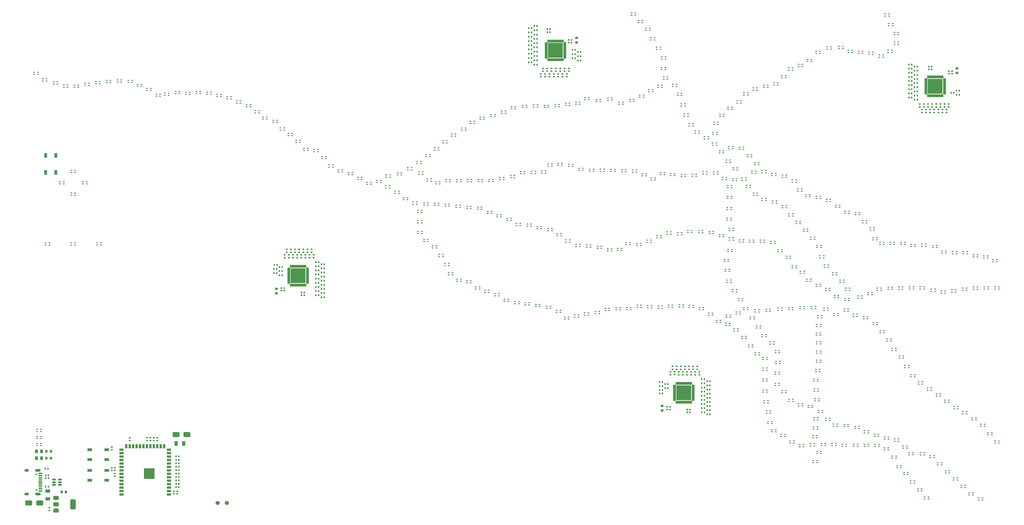
<source format=gbr>
%TF.GenerationSoftware,KiCad,Pcbnew,8.0.4*%
%TF.CreationDate,2025-01-21T20:18:22-08:00*%
%TF.ProjectId,traffic_paradise,74726166-6669-4635-9f70-617261646973,rev?*%
%TF.SameCoordinates,Original*%
%TF.FileFunction,Soldermask,Top*%
%TF.FilePolarity,Negative*%
%FSLAX46Y46*%
G04 Gerber Fmt 4.6, Leading zero omitted, Abs format (unit mm)*
G04 Created by KiCad (PCBNEW 8.0.4) date 2025-01-21 20:18:22*
%MOMM*%
%LPD*%
G01*
G04 APERTURE LIST*
G04 Aperture macros list*
%AMRoundRect*
0 Rectangle with rounded corners*
0 $1 Rounding radius*
0 $2 $3 $4 $5 $6 $7 $8 $9 X,Y pos of 4 corners*
0 Add a 4 corners polygon primitive as box body*
4,1,4,$2,$3,$4,$5,$6,$7,$8,$9,$2,$3,0*
0 Add four circle primitives for the rounded corners*
1,1,$1+$1,$2,$3*
1,1,$1+$1,$4,$5*
1,1,$1+$1,$6,$7*
1,1,$1+$1,$8,$9*
0 Add four rect primitives between the rounded corners*
20,1,$1+$1,$2,$3,$4,$5,0*
20,1,$1+$1,$4,$5,$6,$7,0*
20,1,$1+$1,$6,$7,$8,$9,0*
20,1,$1+$1,$8,$9,$2,$3,0*%
G04 Aperture macros list end*
%ADD10C,0.010000*%
%ADD11RoundRect,0.080000X-0.220000X-0.120000X0.220000X-0.120000X0.220000X0.120000X-0.220000X0.120000X0*%
%ADD12RoundRect,0.135000X0.135000X0.185000X-0.135000X0.185000X-0.135000X-0.185000X0.135000X-0.185000X0*%
%ADD13RoundRect,0.150000X-0.512500X-0.150000X0.512500X-0.150000X0.512500X0.150000X-0.512500X0.150000X0*%
%ADD14RoundRect,0.135000X-0.185000X0.135000X-0.185000X-0.135000X0.185000X-0.135000X0.185000X0.135000X0*%
%ADD15RoundRect,0.200000X0.200000X0.275000X-0.200000X0.275000X-0.200000X-0.275000X0.200000X-0.275000X0*%
%ADD16RoundRect,0.140000X-0.170000X0.140000X-0.170000X-0.140000X0.170000X-0.140000X0.170000X0.140000X0*%
%ADD17RoundRect,0.135000X0.185000X-0.135000X0.185000X0.135000X-0.185000X0.135000X-0.185000X-0.135000X0*%
%ADD18RoundRect,0.135000X-0.135000X-0.185000X0.135000X-0.185000X0.135000X0.185000X-0.135000X0.185000X0*%
%ADD19RoundRect,0.140000X-0.140000X-0.170000X0.140000X-0.170000X0.140000X0.170000X-0.140000X0.170000X0*%
%ADD20RoundRect,0.250000X1.000000X0.650000X-1.000000X0.650000X-1.000000X-0.650000X1.000000X-0.650000X0*%
%ADD21RoundRect,0.200000X0.275000X-0.200000X0.275000X0.200000X-0.275000X0.200000X-0.275000X-0.200000X0*%
%ADD22RoundRect,0.140000X0.140000X0.170000X-0.140000X0.170000X-0.140000X-0.170000X0.140000X-0.170000X0*%
%ADD23C,1.524000*%
%ADD24RoundRect,0.102000X2.625000X2.625000X-2.625000X2.625000X-2.625000X-2.625000X2.625000X-2.625000X0*%
%ADD25RoundRect,0.140000X0.170000X-0.140000X0.170000X0.140000X-0.170000X0.140000X-0.170000X-0.140000X0*%
%ADD26RoundRect,0.200000X-0.275000X0.200000X-0.275000X-0.200000X0.275000X-0.200000X0.275000X0.200000X0*%
%ADD27R,1.500000X0.900000*%
%ADD28R,0.900000X1.500000*%
%ADD29C,0.600000*%
%ADD30R,3.900000X3.900000*%
%ADD31R,1.100000X1.800000*%
%ADD32RoundRect,0.243750X-0.243750X-0.456250X0.243750X-0.456250X0.243750X0.456250X-0.243750X0.456250X0*%
%ADD33C,0.650000*%
%ADD34R,1.450000X0.600000*%
%ADD35R,1.450000X0.300000*%
%ADD36O,2.100000X1.000000*%
%ADD37O,1.600000X1.000000*%
%ADD38RoundRect,0.225000X0.225000X0.250000X-0.225000X0.250000X-0.225000X-0.250000X0.225000X-0.250000X0*%
%ADD39RoundRect,0.102000X-2.625000X-2.625000X2.625000X-2.625000X2.625000X2.625000X-2.625000X2.625000X0*%
%ADD40R,1.800000X1.100000*%
%ADD41RoundRect,0.250000X0.375000X0.625000X-0.375000X0.625000X-0.375000X-0.625000X0.375000X-0.625000X0*%
%ADD42RoundRect,0.250000X-0.625000X0.375000X-0.625000X-0.375000X0.625000X-0.375000X0.625000X0.375000X0*%
%ADD43RoundRect,0.250000X-1.000000X-0.650000X1.000000X-0.650000X1.000000X0.650000X-1.000000X0.650000X0*%
%ADD44RoundRect,0.375000X-0.625000X-0.375000X0.625000X-0.375000X0.625000X0.375000X-0.625000X0.375000X0*%
%ADD45RoundRect,0.500000X-0.500000X-1.400000X0.500000X-1.400000X0.500000X1.400000X-0.500000X1.400000X0*%
G04 APERTURE END LIST*
D10*
%TO.C,U7*%
X333575000Y-29110000D02*
X332635000Y-29110000D01*
X332635000Y-28790000D01*
X333575000Y-28790000D01*
X333575000Y-29110000D01*
G36*
X333575000Y-29110000D02*
G01*
X332635000Y-29110000D01*
X332635000Y-28790000D01*
X333575000Y-28790000D01*
X333575000Y-29110000D01*
G37*
X333575000Y-29510000D02*
X332635000Y-29510000D01*
X332635000Y-29190000D01*
X333575000Y-29190000D01*
X333575000Y-29510000D01*
G36*
X333575000Y-29510000D02*
G01*
X332635000Y-29510000D01*
X332635000Y-29190000D01*
X333575000Y-29190000D01*
X333575000Y-29510000D01*
G37*
X333575000Y-29910000D02*
X332635000Y-29910000D01*
X332635000Y-29590000D01*
X333575000Y-29590000D01*
X333575000Y-29910000D01*
G36*
X333575000Y-29910000D02*
G01*
X332635000Y-29910000D01*
X332635000Y-29590000D01*
X333575000Y-29590000D01*
X333575000Y-29910000D01*
G37*
X333575000Y-30310000D02*
X332635000Y-30310000D01*
X332635000Y-29990000D01*
X333575000Y-29990000D01*
X333575000Y-30310000D01*
G36*
X333575000Y-30310000D02*
G01*
X332635000Y-30310000D01*
X332635000Y-29990000D01*
X333575000Y-29990000D01*
X333575000Y-30310000D01*
G37*
X333575000Y-30710000D02*
X332635000Y-30710000D01*
X332635000Y-30390000D01*
X333575000Y-30390000D01*
X333575000Y-30710000D01*
G36*
X333575000Y-30710000D02*
G01*
X332635000Y-30710000D01*
X332635000Y-30390000D01*
X333575000Y-30390000D01*
X333575000Y-30710000D01*
G37*
X333575000Y-31110000D02*
X332635000Y-31110000D01*
X332635000Y-30790000D01*
X333575000Y-30790000D01*
X333575000Y-31110000D01*
G36*
X333575000Y-31110000D02*
G01*
X332635000Y-31110000D01*
X332635000Y-30790000D01*
X333575000Y-30790000D01*
X333575000Y-31110000D01*
G37*
X333575000Y-31510000D02*
X332635000Y-31510000D01*
X332635000Y-31190000D01*
X333575000Y-31190000D01*
X333575000Y-31510000D01*
G36*
X333575000Y-31510000D02*
G01*
X332635000Y-31510000D01*
X332635000Y-31190000D01*
X333575000Y-31190000D01*
X333575000Y-31510000D01*
G37*
X333575000Y-31910000D02*
X332635000Y-31910000D01*
X332635000Y-31590000D01*
X333575000Y-31590000D01*
X333575000Y-31910000D01*
G36*
X333575000Y-31910000D02*
G01*
X332635000Y-31910000D01*
X332635000Y-31590000D01*
X333575000Y-31590000D01*
X333575000Y-31910000D01*
G37*
X333575000Y-32310000D02*
X332635000Y-32310000D01*
X332635000Y-31990000D01*
X333575000Y-31990000D01*
X333575000Y-32310000D01*
G36*
X333575000Y-32310000D02*
G01*
X332635000Y-32310000D01*
X332635000Y-31990000D01*
X333575000Y-31990000D01*
X333575000Y-32310000D01*
G37*
X333575000Y-32710000D02*
X332635000Y-32710000D01*
X332635000Y-32390000D01*
X333575000Y-32390000D01*
X333575000Y-32710000D01*
G36*
X333575000Y-32710000D02*
G01*
X332635000Y-32710000D01*
X332635000Y-32390000D01*
X333575000Y-32390000D01*
X333575000Y-32710000D01*
G37*
X333575000Y-33110000D02*
X332635000Y-33110000D01*
X332635000Y-32790000D01*
X333575000Y-32790000D01*
X333575000Y-33110000D01*
G36*
X333575000Y-33110000D02*
G01*
X332635000Y-33110000D01*
X332635000Y-32790000D01*
X333575000Y-32790000D01*
X333575000Y-33110000D01*
G37*
X333575000Y-33510000D02*
X332635000Y-33510000D01*
X332635000Y-33190000D01*
X333575000Y-33190000D01*
X333575000Y-33510000D01*
G36*
X333575000Y-33510000D02*
G01*
X332635000Y-33510000D01*
X332635000Y-33190000D01*
X333575000Y-33190000D01*
X333575000Y-33510000D01*
G37*
X333575000Y-33910000D02*
X332635000Y-33910000D01*
X332635000Y-33590000D01*
X333575000Y-33590000D01*
X333575000Y-33910000D01*
G36*
X333575000Y-33910000D02*
G01*
X332635000Y-33910000D01*
X332635000Y-33590000D01*
X333575000Y-33590000D01*
X333575000Y-33910000D01*
G37*
X333575000Y-34310000D02*
X332635000Y-34310000D01*
X332635000Y-33990000D01*
X333575000Y-33990000D01*
X333575000Y-34310000D01*
G36*
X333575000Y-34310000D02*
G01*
X332635000Y-34310000D01*
X332635000Y-33990000D01*
X333575000Y-33990000D01*
X333575000Y-34310000D01*
G37*
X333575000Y-34710000D02*
X332635000Y-34710000D01*
X332635000Y-34390000D01*
X333575000Y-34390000D01*
X333575000Y-34710000D01*
G36*
X333575000Y-34710000D02*
G01*
X332635000Y-34710000D01*
X332635000Y-34390000D01*
X333575000Y-34390000D01*
X333575000Y-34710000D01*
G37*
X333910000Y-28775000D02*
X333590000Y-28775000D01*
X333590000Y-27835000D01*
X333910000Y-27835000D01*
X333910000Y-28775000D01*
G36*
X333910000Y-28775000D02*
G01*
X333590000Y-28775000D01*
X333590000Y-27835000D01*
X333910000Y-27835000D01*
X333910000Y-28775000D01*
G37*
X333910000Y-35665000D02*
X333590000Y-35665000D01*
X333590000Y-34725000D01*
X333910000Y-34725000D01*
X333910000Y-35665000D01*
G36*
X333910000Y-35665000D02*
G01*
X333590000Y-35665000D01*
X333590000Y-34725000D01*
X333910000Y-34725000D01*
X333910000Y-35665000D01*
G37*
X334310000Y-28775000D02*
X333990000Y-28775000D01*
X333990000Y-27835000D01*
X334310000Y-27835000D01*
X334310000Y-28775000D01*
G36*
X334310000Y-28775000D02*
G01*
X333990000Y-28775000D01*
X333990000Y-27835000D01*
X334310000Y-27835000D01*
X334310000Y-28775000D01*
G37*
X334310000Y-35665000D02*
X333990000Y-35665000D01*
X333990000Y-34725000D01*
X334310000Y-34725000D01*
X334310000Y-35665000D01*
G36*
X334310000Y-35665000D02*
G01*
X333990000Y-35665000D01*
X333990000Y-34725000D01*
X334310000Y-34725000D01*
X334310000Y-35665000D01*
G37*
X334710000Y-28775000D02*
X334390000Y-28775000D01*
X334390000Y-27835000D01*
X334710000Y-27835000D01*
X334710000Y-28775000D01*
G36*
X334710000Y-28775000D02*
G01*
X334390000Y-28775000D01*
X334390000Y-27835000D01*
X334710000Y-27835000D01*
X334710000Y-28775000D01*
G37*
X334710000Y-35665000D02*
X334390000Y-35665000D01*
X334390000Y-34725000D01*
X334710000Y-34725000D01*
X334710000Y-35665000D01*
G36*
X334710000Y-35665000D02*
G01*
X334390000Y-35665000D01*
X334390000Y-34725000D01*
X334710000Y-34725000D01*
X334710000Y-35665000D01*
G37*
X335110000Y-28775000D02*
X334790000Y-28775000D01*
X334790000Y-27835000D01*
X335110000Y-27835000D01*
X335110000Y-28775000D01*
G36*
X335110000Y-28775000D02*
G01*
X334790000Y-28775000D01*
X334790000Y-27835000D01*
X335110000Y-27835000D01*
X335110000Y-28775000D01*
G37*
X335110000Y-35665000D02*
X334790000Y-35665000D01*
X334790000Y-34725000D01*
X335110000Y-34725000D01*
X335110000Y-35665000D01*
G36*
X335110000Y-35665000D02*
G01*
X334790000Y-35665000D01*
X334790000Y-34725000D01*
X335110000Y-34725000D01*
X335110000Y-35665000D01*
G37*
X335510000Y-28775000D02*
X335190000Y-28775000D01*
X335190000Y-27835000D01*
X335510000Y-27835000D01*
X335510000Y-28775000D01*
G36*
X335510000Y-28775000D02*
G01*
X335190000Y-28775000D01*
X335190000Y-27835000D01*
X335510000Y-27835000D01*
X335510000Y-28775000D01*
G37*
X335510000Y-35665000D02*
X335190000Y-35665000D01*
X335190000Y-34725000D01*
X335510000Y-34725000D01*
X335510000Y-35665000D01*
G36*
X335510000Y-35665000D02*
G01*
X335190000Y-35665000D01*
X335190000Y-34725000D01*
X335510000Y-34725000D01*
X335510000Y-35665000D01*
G37*
X335910000Y-28775000D02*
X335590000Y-28775000D01*
X335590000Y-27835000D01*
X335910000Y-27835000D01*
X335910000Y-28775000D01*
G36*
X335910000Y-28775000D02*
G01*
X335590000Y-28775000D01*
X335590000Y-27835000D01*
X335910000Y-27835000D01*
X335910000Y-28775000D01*
G37*
X335910000Y-35665000D02*
X335590000Y-35665000D01*
X335590000Y-34725000D01*
X335910000Y-34725000D01*
X335910000Y-35665000D01*
G36*
X335910000Y-35665000D02*
G01*
X335590000Y-35665000D01*
X335590000Y-34725000D01*
X335910000Y-34725000D01*
X335910000Y-35665000D01*
G37*
X336310000Y-28775000D02*
X335990000Y-28775000D01*
X335990000Y-27835000D01*
X336310000Y-27835000D01*
X336310000Y-28775000D01*
G36*
X336310000Y-28775000D02*
G01*
X335990000Y-28775000D01*
X335990000Y-27835000D01*
X336310000Y-27835000D01*
X336310000Y-28775000D01*
G37*
X336310000Y-35665000D02*
X335990000Y-35665000D01*
X335990000Y-34725000D01*
X336310000Y-34725000D01*
X336310000Y-35665000D01*
G36*
X336310000Y-35665000D02*
G01*
X335990000Y-35665000D01*
X335990000Y-34725000D01*
X336310000Y-34725000D01*
X336310000Y-35665000D01*
G37*
X336710000Y-28775000D02*
X336390000Y-28775000D01*
X336390000Y-27835000D01*
X336710000Y-27835000D01*
X336710000Y-28775000D01*
G36*
X336710000Y-28775000D02*
G01*
X336390000Y-28775000D01*
X336390000Y-27835000D01*
X336710000Y-27835000D01*
X336710000Y-28775000D01*
G37*
X336710000Y-35665000D02*
X336390000Y-35665000D01*
X336390000Y-34725000D01*
X336710000Y-34725000D01*
X336710000Y-35665000D01*
G36*
X336710000Y-35665000D02*
G01*
X336390000Y-35665000D01*
X336390000Y-34725000D01*
X336710000Y-34725000D01*
X336710000Y-35665000D01*
G37*
X337110000Y-28775000D02*
X336790000Y-28775000D01*
X336790000Y-27835000D01*
X337110000Y-27835000D01*
X337110000Y-28775000D01*
G36*
X337110000Y-28775000D02*
G01*
X336790000Y-28775000D01*
X336790000Y-27835000D01*
X337110000Y-27835000D01*
X337110000Y-28775000D01*
G37*
X337110000Y-35665000D02*
X336790000Y-35665000D01*
X336790000Y-34725000D01*
X337110000Y-34725000D01*
X337110000Y-35665000D01*
G36*
X337110000Y-35665000D02*
G01*
X336790000Y-35665000D01*
X336790000Y-34725000D01*
X337110000Y-34725000D01*
X337110000Y-35665000D01*
G37*
X337510000Y-28775000D02*
X337190000Y-28775000D01*
X337190000Y-27835000D01*
X337510000Y-27835000D01*
X337510000Y-28775000D01*
G36*
X337510000Y-28775000D02*
G01*
X337190000Y-28775000D01*
X337190000Y-27835000D01*
X337510000Y-27835000D01*
X337510000Y-28775000D01*
G37*
X337510000Y-35665000D02*
X337190000Y-35665000D01*
X337190000Y-34725000D01*
X337510000Y-34725000D01*
X337510000Y-35665000D01*
G36*
X337510000Y-35665000D02*
G01*
X337190000Y-35665000D01*
X337190000Y-34725000D01*
X337510000Y-34725000D01*
X337510000Y-35665000D01*
G37*
X337910000Y-28775000D02*
X337590000Y-28775000D01*
X337590000Y-27835000D01*
X337910000Y-27835000D01*
X337910000Y-28775000D01*
G36*
X337910000Y-28775000D02*
G01*
X337590000Y-28775000D01*
X337590000Y-27835000D01*
X337910000Y-27835000D01*
X337910000Y-28775000D01*
G37*
X337910000Y-35665000D02*
X337590000Y-35665000D01*
X337590000Y-34725000D01*
X337910000Y-34725000D01*
X337910000Y-35665000D01*
G36*
X337910000Y-35665000D02*
G01*
X337590000Y-35665000D01*
X337590000Y-34725000D01*
X337910000Y-34725000D01*
X337910000Y-35665000D01*
G37*
X338310000Y-28775000D02*
X337990000Y-28775000D01*
X337990000Y-27835000D01*
X338310000Y-27835000D01*
X338310000Y-28775000D01*
G36*
X338310000Y-28775000D02*
G01*
X337990000Y-28775000D01*
X337990000Y-27835000D01*
X338310000Y-27835000D01*
X338310000Y-28775000D01*
G37*
X338310000Y-35665000D02*
X337990000Y-35665000D01*
X337990000Y-34725000D01*
X338310000Y-34725000D01*
X338310000Y-35665000D01*
G36*
X338310000Y-35665000D02*
G01*
X337990000Y-35665000D01*
X337990000Y-34725000D01*
X338310000Y-34725000D01*
X338310000Y-35665000D01*
G37*
X338710000Y-28775000D02*
X338390000Y-28775000D01*
X338390000Y-27835000D01*
X338710000Y-27835000D01*
X338710000Y-28775000D01*
G36*
X338710000Y-28775000D02*
G01*
X338390000Y-28775000D01*
X338390000Y-27835000D01*
X338710000Y-27835000D01*
X338710000Y-28775000D01*
G37*
X338710000Y-35665000D02*
X338390000Y-35665000D01*
X338390000Y-34725000D01*
X338710000Y-34725000D01*
X338710000Y-35665000D01*
G36*
X338710000Y-35665000D02*
G01*
X338390000Y-35665000D01*
X338390000Y-34725000D01*
X338710000Y-34725000D01*
X338710000Y-35665000D01*
G37*
X339110000Y-28775000D02*
X338790000Y-28775000D01*
X338790000Y-27835000D01*
X339110000Y-27835000D01*
X339110000Y-28775000D01*
G36*
X339110000Y-28775000D02*
G01*
X338790000Y-28775000D01*
X338790000Y-27835000D01*
X339110000Y-27835000D01*
X339110000Y-28775000D01*
G37*
X339110000Y-35665000D02*
X338790000Y-35665000D01*
X338790000Y-34725000D01*
X339110000Y-34725000D01*
X339110000Y-35665000D01*
G36*
X339110000Y-35665000D02*
G01*
X338790000Y-35665000D01*
X338790000Y-34725000D01*
X339110000Y-34725000D01*
X339110000Y-35665000D01*
G37*
X339510000Y-28775000D02*
X339190000Y-28775000D01*
X339190000Y-27835000D01*
X339510000Y-27835000D01*
X339510000Y-28775000D01*
G36*
X339510000Y-28775000D02*
G01*
X339190000Y-28775000D01*
X339190000Y-27835000D01*
X339510000Y-27835000D01*
X339510000Y-28775000D01*
G37*
X339510000Y-35665000D02*
X339190000Y-35665000D01*
X339190000Y-34725000D01*
X339510000Y-34725000D01*
X339510000Y-35665000D01*
G36*
X339510000Y-35665000D02*
G01*
X339190000Y-35665000D01*
X339190000Y-34725000D01*
X339510000Y-34725000D01*
X339510000Y-35665000D01*
G37*
X340465000Y-29110000D02*
X339525000Y-29110000D01*
X339525000Y-28790000D01*
X340465000Y-28790000D01*
X340465000Y-29110000D01*
G36*
X340465000Y-29110000D02*
G01*
X339525000Y-29110000D01*
X339525000Y-28790000D01*
X340465000Y-28790000D01*
X340465000Y-29110000D01*
G37*
X340465000Y-29510000D02*
X339525000Y-29510000D01*
X339525000Y-29190000D01*
X340465000Y-29190000D01*
X340465000Y-29510000D01*
G36*
X340465000Y-29510000D02*
G01*
X339525000Y-29510000D01*
X339525000Y-29190000D01*
X340465000Y-29190000D01*
X340465000Y-29510000D01*
G37*
X340465000Y-29910000D02*
X339525000Y-29910000D01*
X339525000Y-29590000D01*
X340465000Y-29590000D01*
X340465000Y-29910000D01*
G36*
X340465000Y-29910000D02*
G01*
X339525000Y-29910000D01*
X339525000Y-29590000D01*
X340465000Y-29590000D01*
X340465000Y-29910000D01*
G37*
X340465000Y-30310000D02*
X339525000Y-30310000D01*
X339525000Y-29990000D01*
X340465000Y-29990000D01*
X340465000Y-30310000D01*
G36*
X340465000Y-30310000D02*
G01*
X339525000Y-30310000D01*
X339525000Y-29990000D01*
X340465000Y-29990000D01*
X340465000Y-30310000D01*
G37*
X340465000Y-30710000D02*
X339525000Y-30710000D01*
X339525000Y-30390000D01*
X340465000Y-30390000D01*
X340465000Y-30710000D01*
G36*
X340465000Y-30710000D02*
G01*
X339525000Y-30710000D01*
X339525000Y-30390000D01*
X340465000Y-30390000D01*
X340465000Y-30710000D01*
G37*
X340465000Y-31110000D02*
X339525000Y-31110000D01*
X339525000Y-30790000D01*
X340465000Y-30790000D01*
X340465000Y-31110000D01*
G36*
X340465000Y-31110000D02*
G01*
X339525000Y-31110000D01*
X339525000Y-30790000D01*
X340465000Y-30790000D01*
X340465000Y-31110000D01*
G37*
X340465000Y-31510000D02*
X339525000Y-31510000D01*
X339525000Y-31190000D01*
X340465000Y-31190000D01*
X340465000Y-31510000D01*
G36*
X340465000Y-31510000D02*
G01*
X339525000Y-31510000D01*
X339525000Y-31190000D01*
X340465000Y-31190000D01*
X340465000Y-31510000D01*
G37*
X340465000Y-31910000D02*
X339525000Y-31910000D01*
X339525000Y-31590000D01*
X340465000Y-31590000D01*
X340465000Y-31910000D01*
G36*
X340465000Y-31910000D02*
G01*
X339525000Y-31910000D01*
X339525000Y-31590000D01*
X340465000Y-31590000D01*
X340465000Y-31910000D01*
G37*
X340465000Y-32310000D02*
X339525000Y-32310000D01*
X339525000Y-31990000D01*
X340465000Y-31990000D01*
X340465000Y-32310000D01*
G36*
X340465000Y-32310000D02*
G01*
X339525000Y-32310000D01*
X339525000Y-31990000D01*
X340465000Y-31990000D01*
X340465000Y-32310000D01*
G37*
X340465000Y-32710000D02*
X339525000Y-32710000D01*
X339525000Y-32390000D01*
X340465000Y-32390000D01*
X340465000Y-32710000D01*
G36*
X340465000Y-32710000D02*
G01*
X339525000Y-32710000D01*
X339525000Y-32390000D01*
X340465000Y-32390000D01*
X340465000Y-32710000D01*
G37*
X340465000Y-33110000D02*
X339525000Y-33110000D01*
X339525000Y-32790000D01*
X340465000Y-32790000D01*
X340465000Y-33110000D01*
G36*
X340465000Y-33110000D02*
G01*
X339525000Y-33110000D01*
X339525000Y-32790000D01*
X340465000Y-32790000D01*
X340465000Y-33110000D01*
G37*
X340465000Y-33510000D02*
X339525000Y-33510000D01*
X339525000Y-33190000D01*
X340465000Y-33190000D01*
X340465000Y-33510000D01*
G36*
X340465000Y-33510000D02*
G01*
X339525000Y-33510000D01*
X339525000Y-33190000D01*
X340465000Y-33190000D01*
X340465000Y-33510000D01*
G37*
X340465000Y-33910000D02*
X339525000Y-33910000D01*
X339525000Y-33590000D01*
X340465000Y-33590000D01*
X340465000Y-33910000D01*
G36*
X340465000Y-33910000D02*
G01*
X339525000Y-33910000D01*
X339525000Y-33590000D01*
X340465000Y-33590000D01*
X340465000Y-33910000D01*
G37*
X340465000Y-34310000D02*
X339525000Y-34310000D01*
X339525000Y-33990000D01*
X340465000Y-33990000D01*
X340465000Y-34310000D01*
G36*
X340465000Y-34310000D02*
G01*
X339525000Y-34310000D01*
X339525000Y-33990000D01*
X340465000Y-33990000D01*
X340465000Y-34310000D01*
G37*
X340465000Y-34710000D02*
X339525000Y-34710000D01*
X339525000Y-34390000D01*
X340465000Y-34390000D01*
X340465000Y-34710000D01*
G36*
X340465000Y-34710000D02*
G01*
X339525000Y-34710000D01*
X339525000Y-34390000D01*
X340465000Y-34390000D01*
X340465000Y-34710000D01*
G37*
%TO.C,U6*%
X240865000Y-142140000D02*
X239925000Y-142140000D01*
X239925000Y-141820000D01*
X240865000Y-141820000D01*
X240865000Y-142140000D01*
G36*
X240865000Y-142140000D02*
G01*
X239925000Y-142140000D01*
X239925000Y-141820000D01*
X240865000Y-141820000D01*
X240865000Y-142140000D01*
G37*
X240865000Y-142540000D02*
X239925000Y-142540000D01*
X239925000Y-142220000D01*
X240865000Y-142220000D01*
X240865000Y-142540000D01*
G36*
X240865000Y-142540000D02*
G01*
X239925000Y-142540000D01*
X239925000Y-142220000D01*
X240865000Y-142220000D01*
X240865000Y-142540000D01*
G37*
X240865000Y-142940000D02*
X239925000Y-142940000D01*
X239925000Y-142620000D01*
X240865000Y-142620000D01*
X240865000Y-142940000D01*
G36*
X240865000Y-142940000D02*
G01*
X239925000Y-142940000D01*
X239925000Y-142620000D01*
X240865000Y-142620000D01*
X240865000Y-142940000D01*
G37*
X240865000Y-143340000D02*
X239925000Y-143340000D01*
X239925000Y-143020000D01*
X240865000Y-143020000D01*
X240865000Y-143340000D01*
G36*
X240865000Y-143340000D02*
G01*
X239925000Y-143340000D01*
X239925000Y-143020000D01*
X240865000Y-143020000D01*
X240865000Y-143340000D01*
G37*
X240865000Y-143740000D02*
X239925000Y-143740000D01*
X239925000Y-143420000D01*
X240865000Y-143420000D01*
X240865000Y-143740000D01*
G36*
X240865000Y-143740000D02*
G01*
X239925000Y-143740000D01*
X239925000Y-143420000D01*
X240865000Y-143420000D01*
X240865000Y-143740000D01*
G37*
X240865000Y-144140000D02*
X239925000Y-144140000D01*
X239925000Y-143820000D01*
X240865000Y-143820000D01*
X240865000Y-144140000D01*
G36*
X240865000Y-144140000D02*
G01*
X239925000Y-144140000D01*
X239925000Y-143820000D01*
X240865000Y-143820000D01*
X240865000Y-144140000D01*
G37*
X240865000Y-144540000D02*
X239925000Y-144540000D01*
X239925000Y-144220000D01*
X240865000Y-144220000D01*
X240865000Y-144540000D01*
G36*
X240865000Y-144540000D02*
G01*
X239925000Y-144540000D01*
X239925000Y-144220000D01*
X240865000Y-144220000D01*
X240865000Y-144540000D01*
G37*
X240865000Y-144940000D02*
X239925000Y-144940000D01*
X239925000Y-144620000D01*
X240865000Y-144620000D01*
X240865000Y-144940000D01*
G36*
X240865000Y-144940000D02*
G01*
X239925000Y-144940000D01*
X239925000Y-144620000D01*
X240865000Y-144620000D01*
X240865000Y-144940000D01*
G37*
X240865000Y-145340000D02*
X239925000Y-145340000D01*
X239925000Y-145020000D01*
X240865000Y-145020000D01*
X240865000Y-145340000D01*
G36*
X240865000Y-145340000D02*
G01*
X239925000Y-145340000D01*
X239925000Y-145020000D01*
X240865000Y-145020000D01*
X240865000Y-145340000D01*
G37*
X240865000Y-145740000D02*
X239925000Y-145740000D01*
X239925000Y-145420000D01*
X240865000Y-145420000D01*
X240865000Y-145740000D01*
G36*
X240865000Y-145740000D02*
G01*
X239925000Y-145740000D01*
X239925000Y-145420000D01*
X240865000Y-145420000D01*
X240865000Y-145740000D01*
G37*
X240865000Y-146140000D02*
X239925000Y-146140000D01*
X239925000Y-145820000D01*
X240865000Y-145820000D01*
X240865000Y-146140000D01*
G36*
X240865000Y-146140000D02*
G01*
X239925000Y-146140000D01*
X239925000Y-145820000D01*
X240865000Y-145820000D01*
X240865000Y-146140000D01*
G37*
X240865000Y-146540000D02*
X239925000Y-146540000D01*
X239925000Y-146220000D01*
X240865000Y-146220000D01*
X240865000Y-146540000D01*
G36*
X240865000Y-146540000D02*
G01*
X239925000Y-146540000D01*
X239925000Y-146220000D01*
X240865000Y-146220000D01*
X240865000Y-146540000D01*
G37*
X240865000Y-146940000D02*
X239925000Y-146940000D01*
X239925000Y-146620000D01*
X240865000Y-146620000D01*
X240865000Y-146940000D01*
G36*
X240865000Y-146940000D02*
G01*
X239925000Y-146940000D01*
X239925000Y-146620000D01*
X240865000Y-146620000D01*
X240865000Y-146940000D01*
G37*
X240865000Y-147340000D02*
X239925000Y-147340000D01*
X239925000Y-147020000D01*
X240865000Y-147020000D01*
X240865000Y-147340000D01*
G36*
X240865000Y-147340000D02*
G01*
X239925000Y-147340000D01*
X239925000Y-147020000D01*
X240865000Y-147020000D01*
X240865000Y-147340000D01*
G37*
X240865000Y-147740000D02*
X239925000Y-147740000D01*
X239925000Y-147420000D01*
X240865000Y-147420000D01*
X240865000Y-147740000D01*
G36*
X240865000Y-147740000D02*
G01*
X239925000Y-147740000D01*
X239925000Y-147420000D01*
X240865000Y-147420000D01*
X240865000Y-147740000D01*
G37*
X241200000Y-141805000D02*
X240880000Y-141805000D01*
X240880000Y-140865000D01*
X241200000Y-140865000D01*
X241200000Y-141805000D01*
G36*
X241200000Y-141805000D02*
G01*
X240880000Y-141805000D01*
X240880000Y-140865000D01*
X241200000Y-140865000D01*
X241200000Y-141805000D01*
G37*
X241200000Y-148695000D02*
X240880000Y-148695000D01*
X240880000Y-147755000D01*
X241200000Y-147755000D01*
X241200000Y-148695000D01*
G36*
X241200000Y-148695000D02*
G01*
X240880000Y-148695000D01*
X240880000Y-147755000D01*
X241200000Y-147755000D01*
X241200000Y-148695000D01*
G37*
X241600000Y-141805000D02*
X241280000Y-141805000D01*
X241280000Y-140865000D01*
X241600000Y-140865000D01*
X241600000Y-141805000D01*
G36*
X241600000Y-141805000D02*
G01*
X241280000Y-141805000D01*
X241280000Y-140865000D01*
X241600000Y-140865000D01*
X241600000Y-141805000D01*
G37*
X241600000Y-148695000D02*
X241280000Y-148695000D01*
X241280000Y-147755000D01*
X241600000Y-147755000D01*
X241600000Y-148695000D01*
G36*
X241600000Y-148695000D02*
G01*
X241280000Y-148695000D01*
X241280000Y-147755000D01*
X241600000Y-147755000D01*
X241600000Y-148695000D01*
G37*
X242000000Y-141805000D02*
X241680000Y-141805000D01*
X241680000Y-140865000D01*
X242000000Y-140865000D01*
X242000000Y-141805000D01*
G36*
X242000000Y-141805000D02*
G01*
X241680000Y-141805000D01*
X241680000Y-140865000D01*
X242000000Y-140865000D01*
X242000000Y-141805000D01*
G37*
X242000000Y-148695000D02*
X241680000Y-148695000D01*
X241680000Y-147755000D01*
X242000000Y-147755000D01*
X242000000Y-148695000D01*
G36*
X242000000Y-148695000D02*
G01*
X241680000Y-148695000D01*
X241680000Y-147755000D01*
X242000000Y-147755000D01*
X242000000Y-148695000D01*
G37*
X242400000Y-141805000D02*
X242080000Y-141805000D01*
X242080000Y-140865000D01*
X242400000Y-140865000D01*
X242400000Y-141805000D01*
G36*
X242400000Y-141805000D02*
G01*
X242080000Y-141805000D01*
X242080000Y-140865000D01*
X242400000Y-140865000D01*
X242400000Y-141805000D01*
G37*
X242400000Y-148695000D02*
X242080000Y-148695000D01*
X242080000Y-147755000D01*
X242400000Y-147755000D01*
X242400000Y-148695000D01*
G36*
X242400000Y-148695000D02*
G01*
X242080000Y-148695000D01*
X242080000Y-147755000D01*
X242400000Y-147755000D01*
X242400000Y-148695000D01*
G37*
X242800000Y-141805000D02*
X242480000Y-141805000D01*
X242480000Y-140865000D01*
X242800000Y-140865000D01*
X242800000Y-141805000D01*
G36*
X242800000Y-141805000D02*
G01*
X242480000Y-141805000D01*
X242480000Y-140865000D01*
X242800000Y-140865000D01*
X242800000Y-141805000D01*
G37*
X242800000Y-148695000D02*
X242480000Y-148695000D01*
X242480000Y-147755000D01*
X242800000Y-147755000D01*
X242800000Y-148695000D01*
G36*
X242800000Y-148695000D02*
G01*
X242480000Y-148695000D01*
X242480000Y-147755000D01*
X242800000Y-147755000D01*
X242800000Y-148695000D01*
G37*
X243200000Y-141805000D02*
X242880000Y-141805000D01*
X242880000Y-140865000D01*
X243200000Y-140865000D01*
X243200000Y-141805000D01*
G36*
X243200000Y-141805000D02*
G01*
X242880000Y-141805000D01*
X242880000Y-140865000D01*
X243200000Y-140865000D01*
X243200000Y-141805000D01*
G37*
X243200000Y-148695000D02*
X242880000Y-148695000D01*
X242880000Y-147755000D01*
X243200000Y-147755000D01*
X243200000Y-148695000D01*
G36*
X243200000Y-148695000D02*
G01*
X242880000Y-148695000D01*
X242880000Y-147755000D01*
X243200000Y-147755000D01*
X243200000Y-148695000D01*
G37*
X243600000Y-141805000D02*
X243280000Y-141805000D01*
X243280000Y-140865000D01*
X243600000Y-140865000D01*
X243600000Y-141805000D01*
G36*
X243600000Y-141805000D02*
G01*
X243280000Y-141805000D01*
X243280000Y-140865000D01*
X243600000Y-140865000D01*
X243600000Y-141805000D01*
G37*
X243600000Y-148695000D02*
X243280000Y-148695000D01*
X243280000Y-147755000D01*
X243600000Y-147755000D01*
X243600000Y-148695000D01*
G36*
X243600000Y-148695000D02*
G01*
X243280000Y-148695000D01*
X243280000Y-147755000D01*
X243600000Y-147755000D01*
X243600000Y-148695000D01*
G37*
X244000000Y-141805000D02*
X243680000Y-141805000D01*
X243680000Y-140865000D01*
X244000000Y-140865000D01*
X244000000Y-141805000D01*
G36*
X244000000Y-141805000D02*
G01*
X243680000Y-141805000D01*
X243680000Y-140865000D01*
X244000000Y-140865000D01*
X244000000Y-141805000D01*
G37*
X244000000Y-148695000D02*
X243680000Y-148695000D01*
X243680000Y-147755000D01*
X244000000Y-147755000D01*
X244000000Y-148695000D01*
G36*
X244000000Y-148695000D02*
G01*
X243680000Y-148695000D01*
X243680000Y-147755000D01*
X244000000Y-147755000D01*
X244000000Y-148695000D01*
G37*
X244400000Y-141805000D02*
X244080000Y-141805000D01*
X244080000Y-140865000D01*
X244400000Y-140865000D01*
X244400000Y-141805000D01*
G36*
X244400000Y-141805000D02*
G01*
X244080000Y-141805000D01*
X244080000Y-140865000D01*
X244400000Y-140865000D01*
X244400000Y-141805000D01*
G37*
X244400000Y-148695000D02*
X244080000Y-148695000D01*
X244080000Y-147755000D01*
X244400000Y-147755000D01*
X244400000Y-148695000D01*
G36*
X244400000Y-148695000D02*
G01*
X244080000Y-148695000D01*
X244080000Y-147755000D01*
X244400000Y-147755000D01*
X244400000Y-148695000D01*
G37*
X244800000Y-141805000D02*
X244480000Y-141805000D01*
X244480000Y-140865000D01*
X244800000Y-140865000D01*
X244800000Y-141805000D01*
G36*
X244800000Y-141805000D02*
G01*
X244480000Y-141805000D01*
X244480000Y-140865000D01*
X244800000Y-140865000D01*
X244800000Y-141805000D01*
G37*
X244800000Y-148695000D02*
X244480000Y-148695000D01*
X244480000Y-147755000D01*
X244800000Y-147755000D01*
X244800000Y-148695000D01*
G36*
X244800000Y-148695000D02*
G01*
X244480000Y-148695000D01*
X244480000Y-147755000D01*
X244800000Y-147755000D01*
X244800000Y-148695000D01*
G37*
X245200000Y-141805000D02*
X244880000Y-141805000D01*
X244880000Y-140865000D01*
X245200000Y-140865000D01*
X245200000Y-141805000D01*
G36*
X245200000Y-141805000D02*
G01*
X244880000Y-141805000D01*
X244880000Y-140865000D01*
X245200000Y-140865000D01*
X245200000Y-141805000D01*
G37*
X245200000Y-148695000D02*
X244880000Y-148695000D01*
X244880000Y-147755000D01*
X245200000Y-147755000D01*
X245200000Y-148695000D01*
G36*
X245200000Y-148695000D02*
G01*
X244880000Y-148695000D01*
X244880000Y-147755000D01*
X245200000Y-147755000D01*
X245200000Y-148695000D01*
G37*
X245600000Y-141805000D02*
X245280000Y-141805000D01*
X245280000Y-140865000D01*
X245600000Y-140865000D01*
X245600000Y-141805000D01*
G36*
X245600000Y-141805000D02*
G01*
X245280000Y-141805000D01*
X245280000Y-140865000D01*
X245600000Y-140865000D01*
X245600000Y-141805000D01*
G37*
X245600000Y-148695000D02*
X245280000Y-148695000D01*
X245280000Y-147755000D01*
X245600000Y-147755000D01*
X245600000Y-148695000D01*
G36*
X245600000Y-148695000D02*
G01*
X245280000Y-148695000D01*
X245280000Y-147755000D01*
X245600000Y-147755000D01*
X245600000Y-148695000D01*
G37*
X246000000Y-141805000D02*
X245680000Y-141805000D01*
X245680000Y-140865000D01*
X246000000Y-140865000D01*
X246000000Y-141805000D01*
G36*
X246000000Y-141805000D02*
G01*
X245680000Y-141805000D01*
X245680000Y-140865000D01*
X246000000Y-140865000D01*
X246000000Y-141805000D01*
G37*
X246000000Y-148695000D02*
X245680000Y-148695000D01*
X245680000Y-147755000D01*
X246000000Y-147755000D01*
X246000000Y-148695000D01*
G36*
X246000000Y-148695000D02*
G01*
X245680000Y-148695000D01*
X245680000Y-147755000D01*
X246000000Y-147755000D01*
X246000000Y-148695000D01*
G37*
X246400000Y-141805000D02*
X246080000Y-141805000D01*
X246080000Y-140865000D01*
X246400000Y-140865000D01*
X246400000Y-141805000D01*
G36*
X246400000Y-141805000D02*
G01*
X246080000Y-141805000D01*
X246080000Y-140865000D01*
X246400000Y-140865000D01*
X246400000Y-141805000D01*
G37*
X246400000Y-148695000D02*
X246080000Y-148695000D01*
X246080000Y-147755000D01*
X246400000Y-147755000D01*
X246400000Y-148695000D01*
G36*
X246400000Y-148695000D02*
G01*
X246080000Y-148695000D01*
X246080000Y-147755000D01*
X246400000Y-147755000D01*
X246400000Y-148695000D01*
G37*
X246800000Y-141805000D02*
X246480000Y-141805000D01*
X246480000Y-140865000D01*
X246800000Y-140865000D01*
X246800000Y-141805000D01*
G36*
X246800000Y-141805000D02*
G01*
X246480000Y-141805000D01*
X246480000Y-140865000D01*
X246800000Y-140865000D01*
X246800000Y-141805000D01*
G37*
X246800000Y-148695000D02*
X246480000Y-148695000D01*
X246480000Y-147755000D01*
X246800000Y-147755000D01*
X246800000Y-148695000D01*
G36*
X246800000Y-148695000D02*
G01*
X246480000Y-148695000D01*
X246480000Y-147755000D01*
X246800000Y-147755000D01*
X246800000Y-148695000D01*
G37*
X247755000Y-142140000D02*
X246815000Y-142140000D01*
X246815000Y-141820000D01*
X247755000Y-141820000D01*
X247755000Y-142140000D01*
G36*
X247755000Y-142140000D02*
G01*
X246815000Y-142140000D01*
X246815000Y-141820000D01*
X247755000Y-141820000D01*
X247755000Y-142140000D01*
G37*
X247755000Y-142540000D02*
X246815000Y-142540000D01*
X246815000Y-142220000D01*
X247755000Y-142220000D01*
X247755000Y-142540000D01*
G36*
X247755000Y-142540000D02*
G01*
X246815000Y-142540000D01*
X246815000Y-142220000D01*
X247755000Y-142220000D01*
X247755000Y-142540000D01*
G37*
X247755000Y-142940000D02*
X246815000Y-142940000D01*
X246815000Y-142620000D01*
X247755000Y-142620000D01*
X247755000Y-142940000D01*
G36*
X247755000Y-142940000D02*
G01*
X246815000Y-142940000D01*
X246815000Y-142620000D01*
X247755000Y-142620000D01*
X247755000Y-142940000D01*
G37*
X247755000Y-143340000D02*
X246815000Y-143340000D01*
X246815000Y-143020000D01*
X247755000Y-143020000D01*
X247755000Y-143340000D01*
G36*
X247755000Y-143340000D02*
G01*
X246815000Y-143340000D01*
X246815000Y-143020000D01*
X247755000Y-143020000D01*
X247755000Y-143340000D01*
G37*
X247755000Y-143740000D02*
X246815000Y-143740000D01*
X246815000Y-143420000D01*
X247755000Y-143420000D01*
X247755000Y-143740000D01*
G36*
X247755000Y-143740000D02*
G01*
X246815000Y-143740000D01*
X246815000Y-143420000D01*
X247755000Y-143420000D01*
X247755000Y-143740000D01*
G37*
X247755000Y-144140000D02*
X246815000Y-144140000D01*
X246815000Y-143820000D01*
X247755000Y-143820000D01*
X247755000Y-144140000D01*
G36*
X247755000Y-144140000D02*
G01*
X246815000Y-144140000D01*
X246815000Y-143820000D01*
X247755000Y-143820000D01*
X247755000Y-144140000D01*
G37*
X247755000Y-144540000D02*
X246815000Y-144540000D01*
X246815000Y-144220000D01*
X247755000Y-144220000D01*
X247755000Y-144540000D01*
G36*
X247755000Y-144540000D02*
G01*
X246815000Y-144540000D01*
X246815000Y-144220000D01*
X247755000Y-144220000D01*
X247755000Y-144540000D01*
G37*
X247755000Y-144940000D02*
X246815000Y-144940000D01*
X246815000Y-144620000D01*
X247755000Y-144620000D01*
X247755000Y-144940000D01*
G36*
X247755000Y-144940000D02*
G01*
X246815000Y-144940000D01*
X246815000Y-144620000D01*
X247755000Y-144620000D01*
X247755000Y-144940000D01*
G37*
X247755000Y-145340000D02*
X246815000Y-145340000D01*
X246815000Y-145020000D01*
X247755000Y-145020000D01*
X247755000Y-145340000D01*
G36*
X247755000Y-145340000D02*
G01*
X246815000Y-145340000D01*
X246815000Y-145020000D01*
X247755000Y-145020000D01*
X247755000Y-145340000D01*
G37*
X247755000Y-145740000D02*
X246815000Y-145740000D01*
X246815000Y-145420000D01*
X247755000Y-145420000D01*
X247755000Y-145740000D01*
G36*
X247755000Y-145740000D02*
G01*
X246815000Y-145740000D01*
X246815000Y-145420000D01*
X247755000Y-145420000D01*
X247755000Y-145740000D01*
G37*
X247755000Y-146140000D02*
X246815000Y-146140000D01*
X246815000Y-145820000D01*
X247755000Y-145820000D01*
X247755000Y-146140000D01*
G36*
X247755000Y-146140000D02*
G01*
X246815000Y-146140000D01*
X246815000Y-145820000D01*
X247755000Y-145820000D01*
X247755000Y-146140000D01*
G37*
X247755000Y-146540000D02*
X246815000Y-146540000D01*
X246815000Y-146220000D01*
X247755000Y-146220000D01*
X247755000Y-146540000D01*
G36*
X247755000Y-146540000D02*
G01*
X246815000Y-146540000D01*
X246815000Y-146220000D01*
X247755000Y-146220000D01*
X247755000Y-146540000D01*
G37*
X247755000Y-146940000D02*
X246815000Y-146940000D01*
X246815000Y-146620000D01*
X247755000Y-146620000D01*
X247755000Y-146940000D01*
G36*
X247755000Y-146940000D02*
G01*
X246815000Y-146940000D01*
X246815000Y-146620000D01*
X247755000Y-146620000D01*
X247755000Y-146940000D01*
G37*
X247755000Y-147340000D02*
X246815000Y-147340000D01*
X246815000Y-147020000D01*
X247755000Y-147020000D01*
X247755000Y-147340000D01*
G36*
X247755000Y-147340000D02*
G01*
X246815000Y-147340000D01*
X246815000Y-147020000D01*
X247755000Y-147020000D01*
X247755000Y-147340000D01*
G37*
X247755000Y-147740000D02*
X246815000Y-147740000D01*
X246815000Y-147420000D01*
X247755000Y-147420000D01*
X247755000Y-147740000D01*
G36*
X247755000Y-147740000D02*
G01*
X246815000Y-147740000D01*
X246815000Y-147420000D01*
X247755000Y-147420000D01*
X247755000Y-147740000D01*
G37*
%TO.C,U12*%
X193525000Y-15860000D02*
X192585000Y-15860000D01*
X192585000Y-15540000D01*
X193525000Y-15540000D01*
X193525000Y-15860000D01*
G36*
X193525000Y-15860000D02*
G01*
X192585000Y-15860000D01*
X192585000Y-15540000D01*
X193525000Y-15540000D01*
X193525000Y-15860000D01*
G37*
X193525000Y-16260000D02*
X192585000Y-16260000D01*
X192585000Y-15940000D01*
X193525000Y-15940000D01*
X193525000Y-16260000D01*
G36*
X193525000Y-16260000D02*
G01*
X192585000Y-16260000D01*
X192585000Y-15940000D01*
X193525000Y-15940000D01*
X193525000Y-16260000D01*
G37*
X193525000Y-16660000D02*
X192585000Y-16660000D01*
X192585000Y-16340000D01*
X193525000Y-16340000D01*
X193525000Y-16660000D01*
G36*
X193525000Y-16660000D02*
G01*
X192585000Y-16660000D01*
X192585000Y-16340000D01*
X193525000Y-16340000D01*
X193525000Y-16660000D01*
G37*
X193525000Y-17060000D02*
X192585000Y-17060000D01*
X192585000Y-16740000D01*
X193525000Y-16740000D01*
X193525000Y-17060000D01*
G36*
X193525000Y-17060000D02*
G01*
X192585000Y-17060000D01*
X192585000Y-16740000D01*
X193525000Y-16740000D01*
X193525000Y-17060000D01*
G37*
X193525000Y-17460000D02*
X192585000Y-17460000D01*
X192585000Y-17140000D01*
X193525000Y-17140000D01*
X193525000Y-17460000D01*
G36*
X193525000Y-17460000D02*
G01*
X192585000Y-17460000D01*
X192585000Y-17140000D01*
X193525000Y-17140000D01*
X193525000Y-17460000D01*
G37*
X193525000Y-17860000D02*
X192585000Y-17860000D01*
X192585000Y-17540000D01*
X193525000Y-17540000D01*
X193525000Y-17860000D01*
G36*
X193525000Y-17860000D02*
G01*
X192585000Y-17860000D01*
X192585000Y-17540000D01*
X193525000Y-17540000D01*
X193525000Y-17860000D01*
G37*
X193525000Y-18260000D02*
X192585000Y-18260000D01*
X192585000Y-17940000D01*
X193525000Y-17940000D01*
X193525000Y-18260000D01*
G36*
X193525000Y-18260000D02*
G01*
X192585000Y-18260000D01*
X192585000Y-17940000D01*
X193525000Y-17940000D01*
X193525000Y-18260000D01*
G37*
X193525000Y-18660000D02*
X192585000Y-18660000D01*
X192585000Y-18340000D01*
X193525000Y-18340000D01*
X193525000Y-18660000D01*
G36*
X193525000Y-18660000D02*
G01*
X192585000Y-18660000D01*
X192585000Y-18340000D01*
X193525000Y-18340000D01*
X193525000Y-18660000D01*
G37*
X193525000Y-19060000D02*
X192585000Y-19060000D01*
X192585000Y-18740000D01*
X193525000Y-18740000D01*
X193525000Y-19060000D01*
G36*
X193525000Y-19060000D02*
G01*
X192585000Y-19060000D01*
X192585000Y-18740000D01*
X193525000Y-18740000D01*
X193525000Y-19060000D01*
G37*
X193525000Y-19460000D02*
X192585000Y-19460000D01*
X192585000Y-19140000D01*
X193525000Y-19140000D01*
X193525000Y-19460000D01*
G36*
X193525000Y-19460000D02*
G01*
X192585000Y-19460000D01*
X192585000Y-19140000D01*
X193525000Y-19140000D01*
X193525000Y-19460000D01*
G37*
X193525000Y-19860000D02*
X192585000Y-19860000D01*
X192585000Y-19540000D01*
X193525000Y-19540000D01*
X193525000Y-19860000D01*
G36*
X193525000Y-19860000D02*
G01*
X192585000Y-19860000D01*
X192585000Y-19540000D01*
X193525000Y-19540000D01*
X193525000Y-19860000D01*
G37*
X193525000Y-20260000D02*
X192585000Y-20260000D01*
X192585000Y-19940000D01*
X193525000Y-19940000D01*
X193525000Y-20260000D01*
G36*
X193525000Y-20260000D02*
G01*
X192585000Y-20260000D01*
X192585000Y-19940000D01*
X193525000Y-19940000D01*
X193525000Y-20260000D01*
G37*
X193525000Y-20660000D02*
X192585000Y-20660000D01*
X192585000Y-20340000D01*
X193525000Y-20340000D01*
X193525000Y-20660000D01*
G36*
X193525000Y-20660000D02*
G01*
X192585000Y-20660000D01*
X192585000Y-20340000D01*
X193525000Y-20340000D01*
X193525000Y-20660000D01*
G37*
X193525000Y-21060000D02*
X192585000Y-21060000D01*
X192585000Y-20740000D01*
X193525000Y-20740000D01*
X193525000Y-21060000D01*
G36*
X193525000Y-21060000D02*
G01*
X192585000Y-21060000D01*
X192585000Y-20740000D01*
X193525000Y-20740000D01*
X193525000Y-21060000D01*
G37*
X193525000Y-21460000D02*
X192585000Y-21460000D01*
X192585000Y-21140000D01*
X193525000Y-21140000D01*
X193525000Y-21460000D01*
G36*
X193525000Y-21460000D02*
G01*
X192585000Y-21460000D01*
X192585000Y-21140000D01*
X193525000Y-21140000D01*
X193525000Y-21460000D01*
G37*
X193860000Y-15525000D02*
X193540000Y-15525000D01*
X193540000Y-14585000D01*
X193860000Y-14585000D01*
X193860000Y-15525000D01*
G36*
X193860000Y-15525000D02*
G01*
X193540000Y-15525000D01*
X193540000Y-14585000D01*
X193860000Y-14585000D01*
X193860000Y-15525000D01*
G37*
X193860000Y-22415000D02*
X193540000Y-22415000D01*
X193540000Y-21475000D01*
X193860000Y-21475000D01*
X193860000Y-22415000D01*
G36*
X193860000Y-22415000D02*
G01*
X193540000Y-22415000D01*
X193540000Y-21475000D01*
X193860000Y-21475000D01*
X193860000Y-22415000D01*
G37*
X194260000Y-15525000D02*
X193940000Y-15525000D01*
X193940000Y-14585000D01*
X194260000Y-14585000D01*
X194260000Y-15525000D01*
G36*
X194260000Y-15525000D02*
G01*
X193940000Y-15525000D01*
X193940000Y-14585000D01*
X194260000Y-14585000D01*
X194260000Y-15525000D01*
G37*
X194260000Y-22415000D02*
X193940000Y-22415000D01*
X193940000Y-21475000D01*
X194260000Y-21475000D01*
X194260000Y-22415000D01*
G36*
X194260000Y-22415000D02*
G01*
X193940000Y-22415000D01*
X193940000Y-21475000D01*
X194260000Y-21475000D01*
X194260000Y-22415000D01*
G37*
X194660000Y-15525000D02*
X194340000Y-15525000D01*
X194340000Y-14585000D01*
X194660000Y-14585000D01*
X194660000Y-15525000D01*
G36*
X194660000Y-15525000D02*
G01*
X194340000Y-15525000D01*
X194340000Y-14585000D01*
X194660000Y-14585000D01*
X194660000Y-15525000D01*
G37*
X194660000Y-22415000D02*
X194340000Y-22415000D01*
X194340000Y-21475000D01*
X194660000Y-21475000D01*
X194660000Y-22415000D01*
G36*
X194660000Y-22415000D02*
G01*
X194340000Y-22415000D01*
X194340000Y-21475000D01*
X194660000Y-21475000D01*
X194660000Y-22415000D01*
G37*
X195060000Y-15525000D02*
X194740000Y-15525000D01*
X194740000Y-14585000D01*
X195060000Y-14585000D01*
X195060000Y-15525000D01*
G36*
X195060000Y-15525000D02*
G01*
X194740000Y-15525000D01*
X194740000Y-14585000D01*
X195060000Y-14585000D01*
X195060000Y-15525000D01*
G37*
X195060000Y-22415000D02*
X194740000Y-22415000D01*
X194740000Y-21475000D01*
X195060000Y-21475000D01*
X195060000Y-22415000D01*
G36*
X195060000Y-22415000D02*
G01*
X194740000Y-22415000D01*
X194740000Y-21475000D01*
X195060000Y-21475000D01*
X195060000Y-22415000D01*
G37*
X195460000Y-15525000D02*
X195140000Y-15525000D01*
X195140000Y-14585000D01*
X195460000Y-14585000D01*
X195460000Y-15525000D01*
G36*
X195460000Y-15525000D02*
G01*
X195140000Y-15525000D01*
X195140000Y-14585000D01*
X195460000Y-14585000D01*
X195460000Y-15525000D01*
G37*
X195460000Y-22415000D02*
X195140000Y-22415000D01*
X195140000Y-21475000D01*
X195460000Y-21475000D01*
X195460000Y-22415000D01*
G36*
X195460000Y-22415000D02*
G01*
X195140000Y-22415000D01*
X195140000Y-21475000D01*
X195460000Y-21475000D01*
X195460000Y-22415000D01*
G37*
X195860000Y-15525000D02*
X195540000Y-15525000D01*
X195540000Y-14585000D01*
X195860000Y-14585000D01*
X195860000Y-15525000D01*
G36*
X195860000Y-15525000D02*
G01*
X195540000Y-15525000D01*
X195540000Y-14585000D01*
X195860000Y-14585000D01*
X195860000Y-15525000D01*
G37*
X195860000Y-22415000D02*
X195540000Y-22415000D01*
X195540000Y-21475000D01*
X195860000Y-21475000D01*
X195860000Y-22415000D01*
G36*
X195860000Y-22415000D02*
G01*
X195540000Y-22415000D01*
X195540000Y-21475000D01*
X195860000Y-21475000D01*
X195860000Y-22415000D01*
G37*
X196260000Y-15525000D02*
X195940000Y-15525000D01*
X195940000Y-14585000D01*
X196260000Y-14585000D01*
X196260000Y-15525000D01*
G36*
X196260000Y-15525000D02*
G01*
X195940000Y-15525000D01*
X195940000Y-14585000D01*
X196260000Y-14585000D01*
X196260000Y-15525000D01*
G37*
X196260000Y-22415000D02*
X195940000Y-22415000D01*
X195940000Y-21475000D01*
X196260000Y-21475000D01*
X196260000Y-22415000D01*
G36*
X196260000Y-22415000D02*
G01*
X195940000Y-22415000D01*
X195940000Y-21475000D01*
X196260000Y-21475000D01*
X196260000Y-22415000D01*
G37*
X196660000Y-15525000D02*
X196340000Y-15525000D01*
X196340000Y-14585000D01*
X196660000Y-14585000D01*
X196660000Y-15525000D01*
G36*
X196660000Y-15525000D02*
G01*
X196340000Y-15525000D01*
X196340000Y-14585000D01*
X196660000Y-14585000D01*
X196660000Y-15525000D01*
G37*
X196660000Y-22415000D02*
X196340000Y-22415000D01*
X196340000Y-21475000D01*
X196660000Y-21475000D01*
X196660000Y-22415000D01*
G36*
X196660000Y-22415000D02*
G01*
X196340000Y-22415000D01*
X196340000Y-21475000D01*
X196660000Y-21475000D01*
X196660000Y-22415000D01*
G37*
X197060000Y-15525000D02*
X196740000Y-15525000D01*
X196740000Y-14585000D01*
X197060000Y-14585000D01*
X197060000Y-15525000D01*
G36*
X197060000Y-15525000D02*
G01*
X196740000Y-15525000D01*
X196740000Y-14585000D01*
X197060000Y-14585000D01*
X197060000Y-15525000D01*
G37*
X197060000Y-22415000D02*
X196740000Y-22415000D01*
X196740000Y-21475000D01*
X197060000Y-21475000D01*
X197060000Y-22415000D01*
G36*
X197060000Y-22415000D02*
G01*
X196740000Y-22415000D01*
X196740000Y-21475000D01*
X197060000Y-21475000D01*
X197060000Y-22415000D01*
G37*
X197460000Y-15525000D02*
X197140000Y-15525000D01*
X197140000Y-14585000D01*
X197460000Y-14585000D01*
X197460000Y-15525000D01*
G36*
X197460000Y-15525000D02*
G01*
X197140000Y-15525000D01*
X197140000Y-14585000D01*
X197460000Y-14585000D01*
X197460000Y-15525000D01*
G37*
X197460000Y-22415000D02*
X197140000Y-22415000D01*
X197140000Y-21475000D01*
X197460000Y-21475000D01*
X197460000Y-22415000D01*
G36*
X197460000Y-22415000D02*
G01*
X197140000Y-22415000D01*
X197140000Y-21475000D01*
X197460000Y-21475000D01*
X197460000Y-22415000D01*
G37*
X197860000Y-15525000D02*
X197540000Y-15525000D01*
X197540000Y-14585000D01*
X197860000Y-14585000D01*
X197860000Y-15525000D01*
G36*
X197860000Y-15525000D02*
G01*
X197540000Y-15525000D01*
X197540000Y-14585000D01*
X197860000Y-14585000D01*
X197860000Y-15525000D01*
G37*
X197860000Y-22415000D02*
X197540000Y-22415000D01*
X197540000Y-21475000D01*
X197860000Y-21475000D01*
X197860000Y-22415000D01*
G36*
X197860000Y-22415000D02*
G01*
X197540000Y-22415000D01*
X197540000Y-21475000D01*
X197860000Y-21475000D01*
X197860000Y-22415000D01*
G37*
X198260000Y-15525000D02*
X197940000Y-15525000D01*
X197940000Y-14585000D01*
X198260000Y-14585000D01*
X198260000Y-15525000D01*
G36*
X198260000Y-15525000D02*
G01*
X197940000Y-15525000D01*
X197940000Y-14585000D01*
X198260000Y-14585000D01*
X198260000Y-15525000D01*
G37*
X198260000Y-22415000D02*
X197940000Y-22415000D01*
X197940000Y-21475000D01*
X198260000Y-21475000D01*
X198260000Y-22415000D01*
G36*
X198260000Y-22415000D02*
G01*
X197940000Y-22415000D01*
X197940000Y-21475000D01*
X198260000Y-21475000D01*
X198260000Y-22415000D01*
G37*
X198660000Y-15525000D02*
X198340000Y-15525000D01*
X198340000Y-14585000D01*
X198660000Y-14585000D01*
X198660000Y-15525000D01*
G36*
X198660000Y-15525000D02*
G01*
X198340000Y-15525000D01*
X198340000Y-14585000D01*
X198660000Y-14585000D01*
X198660000Y-15525000D01*
G37*
X198660000Y-22415000D02*
X198340000Y-22415000D01*
X198340000Y-21475000D01*
X198660000Y-21475000D01*
X198660000Y-22415000D01*
G36*
X198660000Y-22415000D02*
G01*
X198340000Y-22415000D01*
X198340000Y-21475000D01*
X198660000Y-21475000D01*
X198660000Y-22415000D01*
G37*
X199060000Y-15525000D02*
X198740000Y-15525000D01*
X198740000Y-14585000D01*
X199060000Y-14585000D01*
X199060000Y-15525000D01*
G36*
X199060000Y-15525000D02*
G01*
X198740000Y-15525000D01*
X198740000Y-14585000D01*
X199060000Y-14585000D01*
X199060000Y-15525000D01*
G37*
X199060000Y-22415000D02*
X198740000Y-22415000D01*
X198740000Y-21475000D01*
X199060000Y-21475000D01*
X199060000Y-22415000D01*
G36*
X199060000Y-22415000D02*
G01*
X198740000Y-22415000D01*
X198740000Y-21475000D01*
X199060000Y-21475000D01*
X199060000Y-22415000D01*
G37*
X199460000Y-15525000D02*
X199140000Y-15525000D01*
X199140000Y-14585000D01*
X199460000Y-14585000D01*
X199460000Y-15525000D01*
G36*
X199460000Y-15525000D02*
G01*
X199140000Y-15525000D01*
X199140000Y-14585000D01*
X199460000Y-14585000D01*
X199460000Y-15525000D01*
G37*
X199460000Y-22415000D02*
X199140000Y-22415000D01*
X199140000Y-21475000D01*
X199460000Y-21475000D01*
X199460000Y-22415000D01*
G36*
X199460000Y-22415000D02*
G01*
X199140000Y-22415000D01*
X199140000Y-21475000D01*
X199460000Y-21475000D01*
X199460000Y-22415000D01*
G37*
X200415000Y-15860000D02*
X199475000Y-15860000D01*
X199475000Y-15540000D01*
X200415000Y-15540000D01*
X200415000Y-15860000D01*
G36*
X200415000Y-15860000D02*
G01*
X199475000Y-15860000D01*
X199475000Y-15540000D01*
X200415000Y-15540000D01*
X200415000Y-15860000D01*
G37*
X200415000Y-16260000D02*
X199475000Y-16260000D01*
X199475000Y-15940000D01*
X200415000Y-15940000D01*
X200415000Y-16260000D01*
G36*
X200415000Y-16260000D02*
G01*
X199475000Y-16260000D01*
X199475000Y-15940000D01*
X200415000Y-15940000D01*
X200415000Y-16260000D01*
G37*
X200415000Y-16660000D02*
X199475000Y-16660000D01*
X199475000Y-16340000D01*
X200415000Y-16340000D01*
X200415000Y-16660000D01*
G36*
X200415000Y-16660000D02*
G01*
X199475000Y-16660000D01*
X199475000Y-16340000D01*
X200415000Y-16340000D01*
X200415000Y-16660000D01*
G37*
X200415000Y-17060000D02*
X199475000Y-17060000D01*
X199475000Y-16740000D01*
X200415000Y-16740000D01*
X200415000Y-17060000D01*
G36*
X200415000Y-17060000D02*
G01*
X199475000Y-17060000D01*
X199475000Y-16740000D01*
X200415000Y-16740000D01*
X200415000Y-17060000D01*
G37*
X200415000Y-17460000D02*
X199475000Y-17460000D01*
X199475000Y-17140000D01*
X200415000Y-17140000D01*
X200415000Y-17460000D01*
G36*
X200415000Y-17460000D02*
G01*
X199475000Y-17460000D01*
X199475000Y-17140000D01*
X200415000Y-17140000D01*
X200415000Y-17460000D01*
G37*
X200415000Y-17860000D02*
X199475000Y-17860000D01*
X199475000Y-17540000D01*
X200415000Y-17540000D01*
X200415000Y-17860000D01*
G36*
X200415000Y-17860000D02*
G01*
X199475000Y-17860000D01*
X199475000Y-17540000D01*
X200415000Y-17540000D01*
X200415000Y-17860000D01*
G37*
X200415000Y-18260000D02*
X199475000Y-18260000D01*
X199475000Y-17940000D01*
X200415000Y-17940000D01*
X200415000Y-18260000D01*
G36*
X200415000Y-18260000D02*
G01*
X199475000Y-18260000D01*
X199475000Y-17940000D01*
X200415000Y-17940000D01*
X200415000Y-18260000D01*
G37*
X200415000Y-18660000D02*
X199475000Y-18660000D01*
X199475000Y-18340000D01*
X200415000Y-18340000D01*
X200415000Y-18660000D01*
G36*
X200415000Y-18660000D02*
G01*
X199475000Y-18660000D01*
X199475000Y-18340000D01*
X200415000Y-18340000D01*
X200415000Y-18660000D01*
G37*
X200415000Y-19060000D02*
X199475000Y-19060000D01*
X199475000Y-18740000D01*
X200415000Y-18740000D01*
X200415000Y-19060000D01*
G36*
X200415000Y-19060000D02*
G01*
X199475000Y-19060000D01*
X199475000Y-18740000D01*
X200415000Y-18740000D01*
X200415000Y-19060000D01*
G37*
X200415000Y-19460000D02*
X199475000Y-19460000D01*
X199475000Y-19140000D01*
X200415000Y-19140000D01*
X200415000Y-19460000D01*
G36*
X200415000Y-19460000D02*
G01*
X199475000Y-19460000D01*
X199475000Y-19140000D01*
X200415000Y-19140000D01*
X200415000Y-19460000D01*
G37*
X200415000Y-19860000D02*
X199475000Y-19860000D01*
X199475000Y-19540000D01*
X200415000Y-19540000D01*
X200415000Y-19860000D01*
G36*
X200415000Y-19860000D02*
G01*
X199475000Y-19860000D01*
X199475000Y-19540000D01*
X200415000Y-19540000D01*
X200415000Y-19860000D01*
G37*
X200415000Y-20260000D02*
X199475000Y-20260000D01*
X199475000Y-19940000D01*
X200415000Y-19940000D01*
X200415000Y-20260000D01*
G36*
X200415000Y-20260000D02*
G01*
X199475000Y-20260000D01*
X199475000Y-19940000D01*
X200415000Y-19940000D01*
X200415000Y-20260000D01*
G37*
X200415000Y-20660000D02*
X199475000Y-20660000D01*
X199475000Y-20340000D01*
X200415000Y-20340000D01*
X200415000Y-20660000D01*
G36*
X200415000Y-20660000D02*
G01*
X199475000Y-20660000D01*
X199475000Y-20340000D01*
X200415000Y-20340000D01*
X200415000Y-20660000D01*
G37*
X200415000Y-21060000D02*
X199475000Y-21060000D01*
X199475000Y-20740000D01*
X200415000Y-20740000D01*
X200415000Y-21060000D01*
G36*
X200415000Y-21060000D02*
G01*
X199475000Y-21060000D01*
X199475000Y-20740000D01*
X200415000Y-20740000D01*
X200415000Y-21060000D01*
G37*
X200415000Y-21460000D02*
X199475000Y-21460000D01*
X199475000Y-21140000D01*
X200415000Y-21140000D01*
X200415000Y-21460000D01*
G36*
X200415000Y-21460000D02*
G01*
X199475000Y-21460000D01*
X199475000Y-21140000D01*
X200415000Y-21140000D01*
X200415000Y-21460000D01*
G37*
%TO.C,U5*%
X98625000Y-98960000D02*
X97685000Y-98960000D01*
X97685000Y-98640000D01*
X98625000Y-98640000D01*
X98625000Y-98960000D01*
G36*
X98625000Y-98960000D02*
G01*
X97685000Y-98960000D01*
X97685000Y-98640000D01*
X98625000Y-98640000D01*
X98625000Y-98960000D01*
G37*
X98625000Y-99360000D02*
X97685000Y-99360000D01*
X97685000Y-99040000D01*
X98625000Y-99040000D01*
X98625000Y-99360000D01*
G36*
X98625000Y-99360000D02*
G01*
X97685000Y-99360000D01*
X97685000Y-99040000D01*
X98625000Y-99040000D01*
X98625000Y-99360000D01*
G37*
X98625000Y-99760000D02*
X97685000Y-99760000D01*
X97685000Y-99440000D01*
X98625000Y-99440000D01*
X98625000Y-99760000D01*
G36*
X98625000Y-99760000D02*
G01*
X97685000Y-99760000D01*
X97685000Y-99440000D01*
X98625000Y-99440000D01*
X98625000Y-99760000D01*
G37*
X98625000Y-100160000D02*
X97685000Y-100160000D01*
X97685000Y-99840000D01*
X98625000Y-99840000D01*
X98625000Y-100160000D01*
G36*
X98625000Y-100160000D02*
G01*
X97685000Y-100160000D01*
X97685000Y-99840000D01*
X98625000Y-99840000D01*
X98625000Y-100160000D01*
G37*
X98625000Y-100560000D02*
X97685000Y-100560000D01*
X97685000Y-100240000D01*
X98625000Y-100240000D01*
X98625000Y-100560000D01*
G36*
X98625000Y-100560000D02*
G01*
X97685000Y-100560000D01*
X97685000Y-100240000D01*
X98625000Y-100240000D01*
X98625000Y-100560000D01*
G37*
X98625000Y-100960000D02*
X97685000Y-100960000D01*
X97685000Y-100640000D01*
X98625000Y-100640000D01*
X98625000Y-100960000D01*
G36*
X98625000Y-100960000D02*
G01*
X97685000Y-100960000D01*
X97685000Y-100640000D01*
X98625000Y-100640000D01*
X98625000Y-100960000D01*
G37*
X98625000Y-101360000D02*
X97685000Y-101360000D01*
X97685000Y-101040000D01*
X98625000Y-101040000D01*
X98625000Y-101360000D01*
G36*
X98625000Y-101360000D02*
G01*
X97685000Y-101360000D01*
X97685000Y-101040000D01*
X98625000Y-101040000D01*
X98625000Y-101360000D01*
G37*
X98625000Y-101760000D02*
X97685000Y-101760000D01*
X97685000Y-101440000D01*
X98625000Y-101440000D01*
X98625000Y-101760000D01*
G36*
X98625000Y-101760000D02*
G01*
X97685000Y-101760000D01*
X97685000Y-101440000D01*
X98625000Y-101440000D01*
X98625000Y-101760000D01*
G37*
X98625000Y-102160000D02*
X97685000Y-102160000D01*
X97685000Y-101840000D01*
X98625000Y-101840000D01*
X98625000Y-102160000D01*
G36*
X98625000Y-102160000D02*
G01*
X97685000Y-102160000D01*
X97685000Y-101840000D01*
X98625000Y-101840000D01*
X98625000Y-102160000D01*
G37*
X98625000Y-102560000D02*
X97685000Y-102560000D01*
X97685000Y-102240000D01*
X98625000Y-102240000D01*
X98625000Y-102560000D01*
G36*
X98625000Y-102560000D02*
G01*
X97685000Y-102560000D01*
X97685000Y-102240000D01*
X98625000Y-102240000D01*
X98625000Y-102560000D01*
G37*
X98625000Y-102960000D02*
X97685000Y-102960000D01*
X97685000Y-102640000D01*
X98625000Y-102640000D01*
X98625000Y-102960000D01*
G36*
X98625000Y-102960000D02*
G01*
X97685000Y-102960000D01*
X97685000Y-102640000D01*
X98625000Y-102640000D01*
X98625000Y-102960000D01*
G37*
X98625000Y-103360000D02*
X97685000Y-103360000D01*
X97685000Y-103040000D01*
X98625000Y-103040000D01*
X98625000Y-103360000D01*
G36*
X98625000Y-103360000D02*
G01*
X97685000Y-103360000D01*
X97685000Y-103040000D01*
X98625000Y-103040000D01*
X98625000Y-103360000D01*
G37*
X98625000Y-103760000D02*
X97685000Y-103760000D01*
X97685000Y-103440000D01*
X98625000Y-103440000D01*
X98625000Y-103760000D01*
G36*
X98625000Y-103760000D02*
G01*
X97685000Y-103760000D01*
X97685000Y-103440000D01*
X98625000Y-103440000D01*
X98625000Y-103760000D01*
G37*
X98625000Y-104160000D02*
X97685000Y-104160000D01*
X97685000Y-103840000D01*
X98625000Y-103840000D01*
X98625000Y-104160000D01*
G36*
X98625000Y-104160000D02*
G01*
X97685000Y-104160000D01*
X97685000Y-103840000D01*
X98625000Y-103840000D01*
X98625000Y-104160000D01*
G37*
X98625000Y-104560000D02*
X97685000Y-104560000D01*
X97685000Y-104240000D01*
X98625000Y-104240000D01*
X98625000Y-104560000D01*
G36*
X98625000Y-104560000D02*
G01*
X97685000Y-104560000D01*
X97685000Y-104240000D01*
X98625000Y-104240000D01*
X98625000Y-104560000D01*
G37*
X98960000Y-98625000D02*
X98640000Y-98625000D01*
X98640000Y-97685000D01*
X98960000Y-97685000D01*
X98960000Y-98625000D01*
G36*
X98960000Y-98625000D02*
G01*
X98640000Y-98625000D01*
X98640000Y-97685000D01*
X98960000Y-97685000D01*
X98960000Y-98625000D01*
G37*
X98960000Y-105515000D02*
X98640000Y-105515000D01*
X98640000Y-104575000D01*
X98960000Y-104575000D01*
X98960000Y-105515000D01*
G36*
X98960000Y-105515000D02*
G01*
X98640000Y-105515000D01*
X98640000Y-104575000D01*
X98960000Y-104575000D01*
X98960000Y-105515000D01*
G37*
X99360000Y-98625000D02*
X99040000Y-98625000D01*
X99040000Y-97685000D01*
X99360000Y-97685000D01*
X99360000Y-98625000D01*
G36*
X99360000Y-98625000D02*
G01*
X99040000Y-98625000D01*
X99040000Y-97685000D01*
X99360000Y-97685000D01*
X99360000Y-98625000D01*
G37*
X99360000Y-105515000D02*
X99040000Y-105515000D01*
X99040000Y-104575000D01*
X99360000Y-104575000D01*
X99360000Y-105515000D01*
G36*
X99360000Y-105515000D02*
G01*
X99040000Y-105515000D01*
X99040000Y-104575000D01*
X99360000Y-104575000D01*
X99360000Y-105515000D01*
G37*
X99760000Y-98625000D02*
X99440000Y-98625000D01*
X99440000Y-97685000D01*
X99760000Y-97685000D01*
X99760000Y-98625000D01*
G36*
X99760000Y-98625000D02*
G01*
X99440000Y-98625000D01*
X99440000Y-97685000D01*
X99760000Y-97685000D01*
X99760000Y-98625000D01*
G37*
X99760000Y-105515000D02*
X99440000Y-105515000D01*
X99440000Y-104575000D01*
X99760000Y-104575000D01*
X99760000Y-105515000D01*
G36*
X99760000Y-105515000D02*
G01*
X99440000Y-105515000D01*
X99440000Y-104575000D01*
X99760000Y-104575000D01*
X99760000Y-105515000D01*
G37*
X100160000Y-98625000D02*
X99840000Y-98625000D01*
X99840000Y-97685000D01*
X100160000Y-97685000D01*
X100160000Y-98625000D01*
G36*
X100160000Y-98625000D02*
G01*
X99840000Y-98625000D01*
X99840000Y-97685000D01*
X100160000Y-97685000D01*
X100160000Y-98625000D01*
G37*
X100160000Y-105515000D02*
X99840000Y-105515000D01*
X99840000Y-104575000D01*
X100160000Y-104575000D01*
X100160000Y-105515000D01*
G36*
X100160000Y-105515000D02*
G01*
X99840000Y-105515000D01*
X99840000Y-104575000D01*
X100160000Y-104575000D01*
X100160000Y-105515000D01*
G37*
X100560000Y-98625000D02*
X100240000Y-98625000D01*
X100240000Y-97685000D01*
X100560000Y-97685000D01*
X100560000Y-98625000D01*
G36*
X100560000Y-98625000D02*
G01*
X100240000Y-98625000D01*
X100240000Y-97685000D01*
X100560000Y-97685000D01*
X100560000Y-98625000D01*
G37*
X100560000Y-105515000D02*
X100240000Y-105515000D01*
X100240000Y-104575000D01*
X100560000Y-104575000D01*
X100560000Y-105515000D01*
G36*
X100560000Y-105515000D02*
G01*
X100240000Y-105515000D01*
X100240000Y-104575000D01*
X100560000Y-104575000D01*
X100560000Y-105515000D01*
G37*
X100960000Y-98625000D02*
X100640000Y-98625000D01*
X100640000Y-97685000D01*
X100960000Y-97685000D01*
X100960000Y-98625000D01*
G36*
X100960000Y-98625000D02*
G01*
X100640000Y-98625000D01*
X100640000Y-97685000D01*
X100960000Y-97685000D01*
X100960000Y-98625000D01*
G37*
X100960000Y-105515000D02*
X100640000Y-105515000D01*
X100640000Y-104575000D01*
X100960000Y-104575000D01*
X100960000Y-105515000D01*
G36*
X100960000Y-105515000D02*
G01*
X100640000Y-105515000D01*
X100640000Y-104575000D01*
X100960000Y-104575000D01*
X100960000Y-105515000D01*
G37*
X101360000Y-98625000D02*
X101040000Y-98625000D01*
X101040000Y-97685000D01*
X101360000Y-97685000D01*
X101360000Y-98625000D01*
G36*
X101360000Y-98625000D02*
G01*
X101040000Y-98625000D01*
X101040000Y-97685000D01*
X101360000Y-97685000D01*
X101360000Y-98625000D01*
G37*
X101360000Y-105515000D02*
X101040000Y-105515000D01*
X101040000Y-104575000D01*
X101360000Y-104575000D01*
X101360000Y-105515000D01*
G36*
X101360000Y-105515000D02*
G01*
X101040000Y-105515000D01*
X101040000Y-104575000D01*
X101360000Y-104575000D01*
X101360000Y-105515000D01*
G37*
X101760000Y-98625000D02*
X101440000Y-98625000D01*
X101440000Y-97685000D01*
X101760000Y-97685000D01*
X101760000Y-98625000D01*
G36*
X101760000Y-98625000D02*
G01*
X101440000Y-98625000D01*
X101440000Y-97685000D01*
X101760000Y-97685000D01*
X101760000Y-98625000D01*
G37*
X101760000Y-105515000D02*
X101440000Y-105515000D01*
X101440000Y-104575000D01*
X101760000Y-104575000D01*
X101760000Y-105515000D01*
G36*
X101760000Y-105515000D02*
G01*
X101440000Y-105515000D01*
X101440000Y-104575000D01*
X101760000Y-104575000D01*
X101760000Y-105515000D01*
G37*
X102160000Y-98625000D02*
X101840000Y-98625000D01*
X101840000Y-97685000D01*
X102160000Y-97685000D01*
X102160000Y-98625000D01*
G36*
X102160000Y-98625000D02*
G01*
X101840000Y-98625000D01*
X101840000Y-97685000D01*
X102160000Y-97685000D01*
X102160000Y-98625000D01*
G37*
X102160000Y-105515000D02*
X101840000Y-105515000D01*
X101840000Y-104575000D01*
X102160000Y-104575000D01*
X102160000Y-105515000D01*
G36*
X102160000Y-105515000D02*
G01*
X101840000Y-105515000D01*
X101840000Y-104575000D01*
X102160000Y-104575000D01*
X102160000Y-105515000D01*
G37*
X102560000Y-98625000D02*
X102240000Y-98625000D01*
X102240000Y-97685000D01*
X102560000Y-97685000D01*
X102560000Y-98625000D01*
G36*
X102560000Y-98625000D02*
G01*
X102240000Y-98625000D01*
X102240000Y-97685000D01*
X102560000Y-97685000D01*
X102560000Y-98625000D01*
G37*
X102560000Y-105515000D02*
X102240000Y-105515000D01*
X102240000Y-104575000D01*
X102560000Y-104575000D01*
X102560000Y-105515000D01*
G36*
X102560000Y-105515000D02*
G01*
X102240000Y-105515000D01*
X102240000Y-104575000D01*
X102560000Y-104575000D01*
X102560000Y-105515000D01*
G37*
X102960000Y-98625000D02*
X102640000Y-98625000D01*
X102640000Y-97685000D01*
X102960000Y-97685000D01*
X102960000Y-98625000D01*
G36*
X102960000Y-98625000D02*
G01*
X102640000Y-98625000D01*
X102640000Y-97685000D01*
X102960000Y-97685000D01*
X102960000Y-98625000D01*
G37*
X102960000Y-105515000D02*
X102640000Y-105515000D01*
X102640000Y-104575000D01*
X102960000Y-104575000D01*
X102960000Y-105515000D01*
G36*
X102960000Y-105515000D02*
G01*
X102640000Y-105515000D01*
X102640000Y-104575000D01*
X102960000Y-104575000D01*
X102960000Y-105515000D01*
G37*
X103360000Y-98625000D02*
X103040000Y-98625000D01*
X103040000Y-97685000D01*
X103360000Y-97685000D01*
X103360000Y-98625000D01*
G36*
X103360000Y-98625000D02*
G01*
X103040000Y-98625000D01*
X103040000Y-97685000D01*
X103360000Y-97685000D01*
X103360000Y-98625000D01*
G37*
X103360000Y-105515000D02*
X103040000Y-105515000D01*
X103040000Y-104575000D01*
X103360000Y-104575000D01*
X103360000Y-105515000D01*
G36*
X103360000Y-105515000D02*
G01*
X103040000Y-105515000D01*
X103040000Y-104575000D01*
X103360000Y-104575000D01*
X103360000Y-105515000D01*
G37*
X103760000Y-98625000D02*
X103440000Y-98625000D01*
X103440000Y-97685000D01*
X103760000Y-97685000D01*
X103760000Y-98625000D01*
G36*
X103760000Y-98625000D02*
G01*
X103440000Y-98625000D01*
X103440000Y-97685000D01*
X103760000Y-97685000D01*
X103760000Y-98625000D01*
G37*
X103760000Y-105515000D02*
X103440000Y-105515000D01*
X103440000Y-104575000D01*
X103760000Y-104575000D01*
X103760000Y-105515000D01*
G36*
X103760000Y-105515000D02*
G01*
X103440000Y-105515000D01*
X103440000Y-104575000D01*
X103760000Y-104575000D01*
X103760000Y-105515000D01*
G37*
X104160000Y-98625000D02*
X103840000Y-98625000D01*
X103840000Y-97685000D01*
X104160000Y-97685000D01*
X104160000Y-98625000D01*
G36*
X104160000Y-98625000D02*
G01*
X103840000Y-98625000D01*
X103840000Y-97685000D01*
X104160000Y-97685000D01*
X104160000Y-98625000D01*
G37*
X104160000Y-105515000D02*
X103840000Y-105515000D01*
X103840000Y-104575000D01*
X104160000Y-104575000D01*
X104160000Y-105515000D01*
G36*
X104160000Y-105515000D02*
G01*
X103840000Y-105515000D01*
X103840000Y-104575000D01*
X104160000Y-104575000D01*
X104160000Y-105515000D01*
G37*
X104560000Y-98625000D02*
X104240000Y-98625000D01*
X104240000Y-97685000D01*
X104560000Y-97685000D01*
X104560000Y-98625000D01*
G36*
X104560000Y-98625000D02*
G01*
X104240000Y-98625000D01*
X104240000Y-97685000D01*
X104560000Y-97685000D01*
X104560000Y-98625000D01*
G37*
X104560000Y-105515000D02*
X104240000Y-105515000D01*
X104240000Y-104575000D01*
X104560000Y-104575000D01*
X104560000Y-105515000D01*
G36*
X104560000Y-105515000D02*
G01*
X104240000Y-105515000D01*
X104240000Y-104575000D01*
X104560000Y-104575000D01*
X104560000Y-105515000D01*
G37*
X105515000Y-98960000D02*
X104575000Y-98960000D01*
X104575000Y-98640000D01*
X105515000Y-98640000D01*
X105515000Y-98960000D01*
G36*
X105515000Y-98960000D02*
G01*
X104575000Y-98960000D01*
X104575000Y-98640000D01*
X105515000Y-98640000D01*
X105515000Y-98960000D01*
G37*
X105515000Y-99360000D02*
X104575000Y-99360000D01*
X104575000Y-99040000D01*
X105515000Y-99040000D01*
X105515000Y-99360000D01*
G36*
X105515000Y-99360000D02*
G01*
X104575000Y-99360000D01*
X104575000Y-99040000D01*
X105515000Y-99040000D01*
X105515000Y-99360000D01*
G37*
X105515000Y-99760000D02*
X104575000Y-99760000D01*
X104575000Y-99440000D01*
X105515000Y-99440000D01*
X105515000Y-99760000D01*
G36*
X105515000Y-99760000D02*
G01*
X104575000Y-99760000D01*
X104575000Y-99440000D01*
X105515000Y-99440000D01*
X105515000Y-99760000D01*
G37*
X105515000Y-100160000D02*
X104575000Y-100160000D01*
X104575000Y-99840000D01*
X105515000Y-99840000D01*
X105515000Y-100160000D01*
G36*
X105515000Y-100160000D02*
G01*
X104575000Y-100160000D01*
X104575000Y-99840000D01*
X105515000Y-99840000D01*
X105515000Y-100160000D01*
G37*
X105515000Y-100560000D02*
X104575000Y-100560000D01*
X104575000Y-100240000D01*
X105515000Y-100240000D01*
X105515000Y-100560000D01*
G36*
X105515000Y-100560000D02*
G01*
X104575000Y-100560000D01*
X104575000Y-100240000D01*
X105515000Y-100240000D01*
X105515000Y-100560000D01*
G37*
X105515000Y-100960000D02*
X104575000Y-100960000D01*
X104575000Y-100640000D01*
X105515000Y-100640000D01*
X105515000Y-100960000D01*
G36*
X105515000Y-100960000D02*
G01*
X104575000Y-100960000D01*
X104575000Y-100640000D01*
X105515000Y-100640000D01*
X105515000Y-100960000D01*
G37*
X105515000Y-101360000D02*
X104575000Y-101360000D01*
X104575000Y-101040000D01*
X105515000Y-101040000D01*
X105515000Y-101360000D01*
G36*
X105515000Y-101360000D02*
G01*
X104575000Y-101360000D01*
X104575000Y-101040000D01*
X105515000Y-101040000D01*
X105515000Y-101360000D01*
G37*
X105515000Y-101760000D02*
X104575000Y-101760000D01*
X104575000Y-101440000D01*
X105515000Y-101440000D01*
X105515000Y-101760000D01*
G36*
X105515000Y-101760000D02*
G01*
X104575000Y-101760000D01*
X104575000Y-101440000D01*
X105515000Y-101440000D01*
X105515000Y-101760000D01*
G37*
X105515000Y-102160000D02*
X104575000Y-102160000D01*
X104575000Y-101840000D01*
X105515000Y-101840000D01*
X105515000Y-102160000D01*
G36*
X105515000Y-102160000D02*
G01*
X104575000Y-102160000D01*
X104575000Y-101840000D01*
X105515000Y-101840000D01*
X105515000Y-102160000D01*
G37*
X105515000Y-102560000D02*
X104575000Y-102560000D01*
X104575000Y-102240000D01*
X105515000Y-102240000D01*
X105515000Y-102560000D01*
G36*
X105515000Y-102560000D02*
G01*
X104575000Y-102560000D01*
X104575000Y-102240000D01*
X105515000Y-102240000D01*
X105515000Y-102560000D01*
G37*
X105515000Y-102960000D02*
X104575000Y-102960000D01*
X104575000Y-102640000D01*
X105515000Y-102640000D01*
X105515000Y-102960000D01*
G36*
X105515000Y-102960000D02*
G01*
X104575000Y-102960000D01*
X104575000Y-102640000D01*
X105515000Y-102640000D01*
X105515000Y-102960000D01*
G37*
X105515000Y-103360000D02*
X104575000Y-103360000D01*
X104575000Y-103040000D01*
X105515000Y-103040000D01*
X105515000Y-103360000D01*
G36*
X105515000Y-103360000D02*
G01*
X104575000Y-103360000D01*
X104575000Y-103040000D01*
X105515000Y-103040000D01*
X105515000Y-103360000D01*
G37*
X105515000Y-103760000D02*
X104575000Y-103760000D01*
X104575000Y-103440000D01*
X105515000Y-103440000D01*
X105515000Y-103760000D01*
G36*
X105515000Y-103760000D02*
G01*
X104575000Y-103760000D01*
X104575000Y-103440000D01*
X105515000Y-103440000D01*
X105515000Y-103760000D01*
G37*
X105515000Y-104160000D02*
X104575000Y-104160000D01*
X104575000Y-103840000D01*
X105515000Y-103840000D01*
X105515000Y-104160000D01*
G36*
X105515000Y-104160000D02*
G01*
X104575000Y-104160000D01*
X104575000Y-103840000D01*
X105515000Y-103840000D01*
X105515000Y-104160000D01*
G37*
X105515000Y-104560000D02*
X104575000Y-104560000D01*
X104575000Y-104240000D01*
X105515000Y-104240000D01*
X105515000Y-104560000D01*
G36*
X105515000Y-104560000D02*
G01*
X104575000Y-104560000D01*
X104575000Y-104240000D01*
X105515000Y-104240000D01*
X105515000Y-104560000D01*
G37*
%TD*%
D11*
%TO.C,LED229*%
X315761600Y-164585600D03*
X315761600Y-163785600D03*
X314361600Y-163785600D03*
X314361600Y-164585600D03*
%TD*%
%TO.C,LED245*%
X269533600Y-89300000D03*
X269533600Y-88500000D03*
X268133600Y-88500000D03*
X268133600Y-89300000D03*
%TD*%
%TO.C,LED307*%
X354826800Y-157219600D03*
X354826800Y-156419600D03*
X353426800Y-156419600D03*
X353426800Y-157219600D03*
%TD*%
D12*
%TO.C,R183*%
X187710000Y-16600000D03*
X186690000Y-16600000D03*
%TD*%
D11*
%TO.C,LED257*%
X304788800Y-78682800D03*
X304788800Y-77882800D03*
X303388800Y-77882800D03*
X303388800Y-78682800D03*
%TD*%
D13*
%TO.C,U3*%
X11562500Y-176850000D03*
X11562500Y-177800000D03*
X11562500Y-178750000D03*
X13837500Y-178750000D03*
X13837500Y-177800000D03*
X13837500Y-176850000D03*
%TD*%
D11*
%TO.C,LED392*%
X293000000Y-170600000D03*
X293000000Y-169800000D03*
X291600000Y-169800000D03*
X291600000Y-170600000D03*
%TD*%
D14*
%TO.C,R162*%
X195100000Y-25200000D03*
X195100000Y-26220000D03*
%TD*%
D11*
%TO.C,LED416*%
X298150000Y-18050000D03*
X298150000Y-17250000D03*
X296750000Y-17250000D03*
X296750000Y-18050000D03*
%TD*%
%TO.C,LED330*%
X334049600Y-184042000D03*
X334049600Y-183242000D03*
X332649600Y-183242000D03*
X332649600Y-184042000D03*
%TD*%
%TO.C,LED367*%
X294000000Y-137000000D03*
X294000000Y-136200000D03*
X292600000Y-136200000D03*
X292600000Y-137000000D03*
%TD*%
%TO.C,LED338*%
X153400000Y-55300000D03*
X153400000Y-54500000D03*
X152000000Y-54500000D03*
X152000000Y-55300000D03*
%TD*%
D15*
%TO.C,R137*%
X10477000Y-166370000D03*
X8827000Y-166370000D03*
%TD*%
D11*
%TO.C,LED160*%
X254446000Y-116224000D03*
X254446000Y-115424000D03*
X253046000Y-115424000D03*
X253046000Y-116224000D03*
%TD*%
%TO.C,LED41*%
X145429200Y-75279200D03*
X145429200Y-74479200D03*
X144029200Y-74479200D03*
X144029200Y-75279200D03*
%TD*%
%TO.C,LED31*%
X111850400Y-58464400D03*
X111850400Y-57664400D03*
X110450400Y-57664400D03*
X110450400Y-58464400D03*
%TD*%
D14*
%TO.C,R119*%
X332359000Y-38352000D03*
X332359000Y-39372000D03*
%TD*%
D16*
%TO.C,C9*%
X32893000Y-172494000D03*
X32893000Y-173454000D03*
%TD*%
D14*
%TO.C,R129*%
X340741000Y-40384000D03*
X340741000Y-41404000D03*
%TD*%
D11*
%TO.C,LED212*%
X287567600Y-149650400D03*
X287567600Y-148850400D03*
X286167600Y-148850400D03*
X286167600Y-149650400D03*
%TD*%
%TO.C,LED1*%
X5729200Y-27425600D03*
X5729200Y-26625600D03*
X4329200Y-26625600D03*
X4329200Y-27425600D03*
%TD*%
%TO.C,LED295*%
X344108000Y-107638800D03*
X344108000Y-106838800D03*
X342708000Y-106838800D03*
X342708000Y-107638800D03*
%TD*%
D17*
%TO.C,R57*%
X238887000Y-138178000D03*
X238887000Y-137158000D03*
%TD*%
D12*
%TO.C,R174*%
X187700000Y-21400000D03*
X186680000Y-21400000D03*
%TD*%
D11*
%TO.C,LED172*%
X261507200Y-69183200D03*
X261507200Y-68383200D03*
X260107200Y-68383200D03*
X260107200Y-69183200D03*
%TD*%
%TO.C,LED220*%
X315660000Y-160826400D03*
X315660000Y-160026400D03*
X314260000Y-160026400D03*
X314260000Y-160826400D03*
%TD*%
%TO.C,LED334*%
X294200000Y-123600000D03*
X294200000Y-122800000D03*
X292800000Y-122800000D03*
X292800000Y-123600000D03*
%TD*%
D12*
%TO.C,R12*%
X95760000Y-101473000D03*
X94740000Y-101473000D03*
%TD*%
D11*
%TO.C,LED5*%
X20562800Y-32150000D03*
X20562800Y-31350000D03*
X19162800Y-31350000D03*
X19162800Y-32150000D03*
%TD*%
%TO.C,LED182*%
X265469600Y-110839200D03*
X265469600Y-110039200D03*
X264069600Y-110039200D03*
X264069600Y-110839200D03*
%TD*%
D18*
%TO.C,R42*%
X108202000Y-96647000D03*
X109222000Y-96647000D03*
%TD*%
D11*
%TO.C,LED266*%
X302909200Y-104082800D03*
X302909200Y-103282800D03*
X301509200Y-103282800D03*
X301509200Y-104082800D03*
%TD*%
%TO.C,LED337*%
X150200000Y-57700000D03*
X150200000Y-56900000D03*
X148800000Y-56900000D03*
X148800000Y-57700000D03*
%TD*%
%TO.C,LED249*%
X283148000Y-95243600D03*
X283148000Y-94443600D03*
X281748000Y-94443600D03*
X281748000Y-95243600D03*
%TD*%
%TO.C,LED70*%
X198870800Y-60953600D03*
X198870800Y-60153600D03*
X197470800Y-60153600D03*
X197470800Y-60953600D03*
%TD*%
D14*
%TO.C,R164*%
X196700000Y-25200000D03*
X196700000Y-26220000D03*
%TD*%
D11*
%TO.C,LED49*%
X153862000Y-67811600D03*
X153862000Y-67011600D03*
X152462000Y-67011600D03*
X152462000Y-67811600D03*
%TD*%
%TO.C,LED344*%
X170200000Y-44000000D03*
X170200000Y-43200000D03*
X168800000Y-43200000D03*
X168800000Y-44000000D03*
%TD*%
%TO.C,LED56*%
X147207200Y-82137200D03*
X147207200Y-81337200D03*
X145807200Y-81337200D03*
X145807200Y-82137200D03*
%TD*%
D14*
%TO.C,R122*%
X334645000Y-40384000D03*
X334645000Y-41404000D03*
%TD*%
D19*
%TO.C,C5*%
X8537000Y-175260000D03*
X9497000Y-175260000D03*
%TD*%
D18*
%TO.C,R83*%
X250442000Y-139827000D03*
X251462000Y-139827000D03*
%TD*%
D11*
%TO.C,LED116*%
X224270800Y-114192000D03*
X224270800Y-113392000D03*
X222870800Y-113392000D03*
X222870800Y-114192000D03*
%TD*%
D12*
%TO.C,R176*%
X187700000Y-23000000D03*
X186680000Y-23000000D03*
%TD*%
D11*
%TO.C,LED387*%
X300700000Y-116400000D03*
X300700000Y-115600000D03*
X299300000Y-115600000D03*
X299300000Y-116400000D03*
%TD*%
%TO.C,LED113*%
X212637600Y-115614400D03*
X212637600Y-114814400D03*
X211237600Y-114814400D03*
X211237600Y-115614400D03*
%TD*%
%TO.C,LED57*%
X147207200Y-86099600D03*
X147207200Y-85299600D03*
X145807200Y-85299600D03*
X145807200Y-86099600D03*
%TD*%
%TO.C,LED137*%
X248400800Y-65017600D03*
X248400800Y-64217600D03*
X247000800Y-64217600D03*
X247000800Y-65017600D03*
%TD*%
%TO.C,LED183*%
X267450800Y-114192000D03*
X267450800Y-113392000D03*
X266050800Y-113392000D03*
X266050800Y-114192000D03*
%TD*%
%TO.C,LED86*%
X179109600Y-111042400D03*
X179109600Y-110242400D03*
X177709600Y-110242400D03*
X177709600Y-111042400D03*
%TD*%
%TO.C,LED45*%
X161329600Y-76396800D03*
X161329600Y-75596800D03*
X159929600Y-75596800D03*
X159929600Y-76396800D03*
%TD*%
%TO.C,LED107*%
X224016800Y-90214400D03*
X224016800Y-89414400D03*
X222616800Y-89414400D03*
X222616800Y-90214400D03*
%TD*%
D18*
%TO.C,R82*%
X252474000Y-140589000D03*
X253494000Y-140589000D03*
%TD*%
D14*
%TO.C,R133*%
X339217000Y-40384000D03*
X339217000Y-41404000D03*
%TD*%
D11*
%TO.C,LED139*%
X256325600Y-64154000D03*
X256325600Y-63354000D03*
X254925600Y-63354000D03*
X254925600Y-64154000D03*
%TD*%
D12*
%TO.C,R126*%
X327916000Y-35941000D03*
X326896000Y-35941000D03*
%TD*%
D11*
%TO.C,LED222*%
X323026000Y-162655200D03*
X323026000Y-161855200D03*
X321626000Y-161855200D03*
X321626000Y-162655200D03*
%TD*%
D14*
%TO.C,R161*%
X199100000Y-27200000D03*
X199100000Y-28220000D03*
%TD*%
D11*
%TO.C,LED181*%
X263285200Y-107537200D03*
X263285200Y-106737200D03*
X261885200Y-106737200D03*
X261885200Y-107537200D03*
%TD*%
%TO.C,LED129*%
X245403600Y-42767200D03*
X245403600Y-41967200D03*
X244003600Y-41967200D03*
X244003600Y-42767200D03*
%TD*%
%TO.C,LED195*%
X274461200Y-136493200D03*
X274461200Y-135693200D03*
X273061200Y-135693200D03*
X273061200Y-136493200D03*
%TD*%
%TO.C,LED405*%
X261575000Y-40300000D03*
X261575000Y-39500000D03*
X260175000Y-39500000D03*
X260175000Y-40300000D03*
%TD*%
%TO.C,LED274*%
X304738000Y-110788400D03*
X304738000Y-109988400D03*
X303338000Y-109988400D03*
X303338000Y-110788400D03*
%TD*%
D14*
%TO.C,R167*%
X194300000Y-27190000D03*
X194300000Y-28210000D03*
%TD*%
D11*
%TO.C,LED255*%
X297880000Y-74263200D03*
X297880000Y-73463200D03*
X296480000Y-73463200D03*
X296480000Y-74263200D03*
%TD*%
D14*
%TO.C,R158*%
X201500000Y-25200000D03*
X201500000Y-26220000D03*
%TD*%
D11*
%TO.C,LED375*%
X293100000Y-158200000D03*
X293100000Y-157400000D03*
X291700000Y-157400000D03*
X291700000Y-158200000D03*
%TD*%
D17*
%TO.C,R31*%
X105029000Y-92966000D03*
X105029000Y-91946000D03*
%TD*%
D18*
%TO.C,R39*%
X110234000Y-98933000D03*
X111254000Y-98933000D03*
%TD*%
D11*
%TO.C,LED24*%
X90108000Y-43935600D03*
X90108000Y-43135600D03*
X88708000Y-43135600D03*
X88708000Y-43935600D03*
%TD*%
D12*
%TO.C,R14*%
X93855000Y-97663000D03*
X92835000Y-97663000D03*
%TD*%
D11*
%TO.C,LED4*%
X16600400Y-32099200D03*
X16600400Y-31299200D03*
X15200400Y-31299200D03*
X15200400Y-32099200D03*
%TD*%
%TO.C,LED275*%
X304484000Y-114750800D03*
X304484000Y-113950800D03*
X303084000Y-113950800D03*
X303084000Y-114750800D03*
%TD*%
D12*
%TO.C,R180*%
X189710000Y-14300000D03*
X188690000Y-14300000D03*
%TD*%
D11*
%TO.C,LED283*%
X329071200Y-90925600D03*
X329071200Y-90125600D03*
X327671200Y-90125600D03*
X327671200Y-90925600D03*
%TD*%
%TO.C,LED14*%
X53887600Y-35096400D03*
X53887600Y-34296400D03*
X52487600Y-34296400D03*
X52487600Y-35096400D03*
%TD*%
%TO.C,LED272*%
X297626000Y-107130800D03*
X297626000Y-106330800D03*
X296226000Y-106330800D03*
X296226000Y-107130800D03*
%TD*%
%TO.C,LED174*%
X261354800Y-77260400D03*
X261354800Y-76460400D03*
X259954800Y-76460400D03*
X259954800Y-77260400D03*
%TD*%
%TO.C,LED13*%
X50738000Y-35452000D03*
X50738000Y-34652000D03*
X49338000Y-34652000D03*
X49338000Y-35452000D03*
%TD*%
%TO.C,LED83*%
X168543200Y-106572000D03*
X168543200Y-105772000D03*
X167143200Y-105772000D03*
X167143200Y-106572000D03*
%TD*%
%TO.C,LED111*%
X205017600Y-116935200D03*
X205017600Y-116135200D03*
X203617600Y-116135200D03*
X203617600Y-116935200D03*
%TD*%
%TO.C,LED65*%
X181446400Y-65474800D03*
X181446400Y-64674800D03*
X180046400Y-64674800D03*
X180046400Y-65474800D03*
%TD*%
%TO.C,LED168*%
X277763200Y-64712800D03*
X277763200Y-63912800D03*
X276363200Y-63912800D03*
X276363200Y-64712800D03*
%TD*%
D20*
%TO.C,D4*%
X60600000Y-160200000D03*
X56600000Y-160200000D03*
%TD*%
D21*
%TO.C,R71*%
X235839000Y-151320000D03*
X235839000Y-149670000D03*
%TD*%
D11*
%TO.C,LED412*%
X283950000Y-25850000D03*
X283950000Y-25050000D03*
X282550000Y-25050000D03*
X282550000Y-25850000D03*
%TD*%
D14*
%TO.C,R170*%
X191100000Y-27200000D03*
X191100000Y-28220000D03*
%TD*%
D11*
%TO.C,LED296*%
X348121200Y-107029200D03*
X348121200Y-106229200D03*
X346721200Y-106229200D03*
X346721200Y-107029200D03*
%TD*%
%TO.C,LED308*%
X351575600Y-154832000D03*
X351575600Y-154032000D03*
X350175600Y-154032000D03*
X350175600Y-154832000D03*
%TD*%
%TO.C,LED326*%
X19369000Y-90274000D03*
X19369000Y-89474000D03*
X17969000Y-89474000D03*
X17969000Y-90274000D03*
%TD*%
%TO.C,LED104*%
X213450400Y-91586000D03*
X213450400Y-90786000D03*
X212050400Y-90786000D03*
X212050400Y-91586000D03*
%TD*%
D12*
%TO.C,R11*%
X95760000Y-99949000D03*
X94740000Y-99949000D03*
%TD*%
D11*
%TO.C,LED294*%
X340196400Y-108045200D03*
X340196400Y-107245200D03*
X338796400Y-107245200D03*
X338796400Y-108045200D03*
%TD*%
%TO.C,LED287*%
X344412800Y-93567200D03*
X344412800Y-92767200D03*
X343012800Y-92767200D03*
X343012800Y-93567200D03*
%TD*%
D22*
%TO.C,C19*%
X335252000Y-24511000D03*
X334292000Y-24511000D03*
%TD*%
D11*
%TO.C,LED78*%
X183529200Y-83153200D03*
X183529200Y-82353200D03*
X182129200Y-82353200D03*
X182129200Y-83153200D03*
%TD*%
%TO.C,LED50*%
X157621200Y-66998800D03*
X157621200Y-66198800D03*
X156221200Y-66198800D03*
X156221200Y-66998800D03*
%TD*%
D12*
%TO.C,R102*%
X329948000Y-27559000D03*
X328928000Y-27559000D03*
%TD*%
D11*
%TO.C,LED271*%
X294171600Y-105556000D03*
X294171600Y-104756000D03*
X292771600Y-104756000D03*
X292771600Y-105556000D03*
%TD*%
%TO.C,LED151*%
X254700000Y-86150400D03*
X254700000Y-85350400D03*
X253300000Y-85350400D03*
X253300000Y-86150400D03*
%TD*%
%TO.C,LED409*%
X274825000Y-32150000D03*
X274825000Y-31350000D03*
X273425000Y-31350000D03*
X273425000Y-32150000D03*
%TD*%
D23*
%TO.C,R108*%
X71960000Y-185420000D03*
X75360000Y-185420000D03*
%TD*%
D11*
%TO.C,LED366*%
X294300000Y-133600000D03*
X294300000Y-132800000D03*
X292900000Y-132800000D03*
X292900000Y-133600000D03*
%TD*%
D12*
%TO.C,R101*%
X327916000Y-23749000D03*
X326896000Y-23749000D03*
%TD*%
D11*
%TO.C,LED248*%
X279998400Y-92856000D03*
X279998400Y-92056000D03*
X278598400Y-92056000D03*
X278598400Y-92856000D03*
%TD*%
D24*
%TO.C,U7*%
X336550000Y-31750000D03*
%TD*%
D12*
%TO.C,R110*%
X329948000Y-29083000D03*
X328928000Y-29083000D03*
%TD*%
%TO.C,R114*%
X329948000Y-30607000D03*
X328928000Y-30607000D03*
%TD*%
%TO.C,R171*%
X189700000Y-19000000D03*
X188680000Y-19000000D03*
%TD*%
D14*
%TO.C,R20*%
X49657000Y-161415000D03*
X49657000Y-162435000D03*
%TD*%
D12*
%TO.C,R105*%
X327916000Y-29845000D03*
X326896000Y-29845000D03*
%TD*%
D11*
%TO.C,LED374*%
X293200000Y-154800000D03*
X293200000Y-154000000D03*
X291800000Y-154000000D03*
X291800000Y-154800000D03*
%TD*%
%TO.C,LED85*%
X175655200Y-109061200D03*
X175655200Y-108261200D03*
X174255200Y-108261200D03*
X174255200Y-109061200D03*
%TD*%
%TO.C,LED259*%
X311240400Y-82137200D03*
X311240400Y-81337200D03*
X309840400Y-81337200D03*
X309840400Y-82137200D03*
%TD*%
%TO.C,LED126*%
X241136400Y-31845200D03*
X241136400Y-31045200D03*
X239736400Y-31045200D03*
X239736400Y-31845200D03*
%TD*%
%TO.C,LED310*%
X345022400Y-150717200D03*
X345022400Y-149917200D03*
X343622400Y-149917200D03*
X343622400Y-150717200D03*
%TD*%
%TO.C,LED55*%
X147156400Y-78327200D03*
X147156400Y-77527200D03*
X145756400Y-77527200D03*
X145756400Y-78327200D03*
%TD*%
%TO.C,LED211*%
X284011600Y-148024800D03*
X284011600Y-147224800D03*
X282611600Y-147224800D03*
X282611600Y-148024800D03*
%TD*%
%TO.C,LED150*%
X250737600Y-85794800D03*
X250737600Y-84994800D03*
X249337600Y-84994800D03*
X249337600Y-85794800D03*
%TD*%
D18*
%TO.C,R46*%
X110234000Y-105029000D03*
X111254000Y-105029000D03*
%TD*%
D11*
%TO.C,LED152*%
X258459200Y-87268000D03*
X258459200Y-86468000D03*
X257059200Y-86468000D03*
X257059200Y-87268000D03*
%TD*%
D12*
%TO.C,R182*%
X189710000Y-15900000D03*
X188690000Y-15900000D03*
%TD*%
D25*
%TO.C,C27*%
X202400000Y-15680000D03*
X202400000Y-14720000D03*
%TD*%
D26*
%TO.C,R149*%
X204300000Y-13950000D03*
X204300000Y-15600000D03*
%TD*%
D14*
%TO.C,R156*%
X199900000Y-25200000D03*
X199900000Y-26220000D03*
%TD*%
D11*
%TO.C,LED112*%
X208675200Y-116173200D03*
X208675200Y-115373200D03*
X207275200Y-115373200D03*
X207275200Y-116173200D03*
%TD*%
%TO.C,LED184*%
X269787600Y-117595600D03*
X269787600Y-116795600D03*
X268387600Y-116795600D03*
X268387600Y-117595600D03*
%TD*%
%TO.C,LED15*%
X57850000Y-34486800D03*
X57850000Y-33686800D03*
X56450000Y-33686800D03*
X56450000Y-34486800D03*
%TD*%
D17*
%TO.C,R75*%
X244983000Y-138178000D03*
X244983000Y-137158000D03*
%TD*%
D11*
%TO.C,LED314*%
X355893600Y-95142000D03*
X355893600Y-94342000D03*
X354493600Y-94342000D03*
X354493600Y-95142000D03*
%TD*%
D12*
%TO.C,R70*%
X235968000Y-145034000D03*
X234948000Y-145034000D03*
%TD*%
D11*
%TO.C,LED316*%
X357417600Y-160318400D03*
X357417600Y-159518400D03*
X356017600Y-159518400D03*
X356017600Y-160318400D03*
%TD*%
D12*
%TO.C,R64*%
X57660000Y-169545000D03*
X56640000Y-169545000D03*
%TD*%
D11*
%TO.C,LED215*%
X297676800Y-155035200D03*
X297676800Y-154235200D03*
X296276800Y-154235200D03*
X296276800Y-155035200D03*
%TD*%
%TO.C,LED424*%
X322950000Y-12700000D03*
X322950000Y-11900000D03*
X321550000Y-11900000D03*
X321550000Y-12700000D03*
%TD*%
%TO.C,LED154*%
X231941600Y-113531600D03*
X231941600Y-112731600D03*
X230541600Y-112731600D03*
X230541600Y-113531600D03*
%TD*%
D18*
%TO.C,R150*%
X202790000Y-19900000D03*
X203810000Y-19900000D03*
%TD*%
D11*
%TO.C,LED201*%
X277763200Y-159251600D03*
X277763200Y-158451600D03*
X276363200Y-158451600D03*
X276363200Y-159251600D03*
%TD*%
%TO.C,LED153*%
X262116800Y-88487200D03*
X262116800Y-87687200D03*
X260716800Y-87687200D03*
X260716800Y-88487200D03*
%TD*%
%TO.C,LED173*%
X261405600Y-73145600D03*
X261405600Y-72345600D03*
X260005600Y-72345600D03*
X260005600Y-73145600D03*
%TD*%
D16*
%TO.C,C31*%
X57023000Y-181130000D03*
X57023000Y-182090000D03*
%TD*%
D18*
%TO.C,R93*%
X252474000Y-146685000D03*
X253494000Y-146685000D03*
%TD*%
D11*
%TO.C,LED19*%
X73191600Y-35553600D03*
X73191600Y-34753600D03*
X71791600Y-34753600D03*
X71791600Y-35553600D03*
%TD*%
%TO.C,LED306*%
X341517200Y-148329600D03*
X341517200Y-147529600D03*
X340117200Y-147529600D03*
X340117200Y-148329600D03*
%TD*%
D27*
%TO.C,U13*%
X54000000Y-182310000D03*
X54000000Y-181040000D03*
X54000000Y-179770000D03*
X54000000Y-178500000D03*
X54000000Y-177230000D03*
X54000000Y-175960000D03*
X54000000Y-174690000D03*
X54000000Y-173420000D03*
X54000000Y-172150000D03*
X54000000Y-170880000D03*
X54000000Y-169610000D03*
X54000000Y-168340000D03*
X54000000Y-167070000D03*
X54000000Y-165800000D03*
D28*
X52235000Y-164550000D03*
X50965000Y-164550000D03*
X49695000Y-164550000D03*
X48425000Y-164550000D03*
X47155000Y-164550000D03*
X45885000Y-164550000D03*
X44615000Y-164550000D03*
X43345000Y-164550000D03*
X42075000Y-164550000D03*
X40805000Y-164550000D03*
X39535000Y-164550000D03*
X38265000Y-164550000D03*
D27*
X36500000Y-165800000D03*
X36500000Y-167070000D03*
X36500000Y-168340000D03*
X36500000Y-169610000D03*
X36500000Y-170880000D03*
X36500000Y-172150000D03*
X36500000Y-173420000D03*
X36500000Y-174690000D03*
X36500000Y-175960000D03*
X36500000Y-177230000D03*
X36500000Y-178500000D03*
X36500000Y-179770000D03*
X36500000Y-181040000D03*
X36500000Y-182310000D03*
D29*
X48150000Y-175290000D03*
X48150000Y-173890000D03*
X47450000Y-175990000D03*
X47450000Y-174590000D03*
X47450000Y-173190000D03*
X46750000Y-175290000D03*
D30*
X46750000Y-174590000D03*
D29*
X46750000Y-173890000D03*
X46050000Y-175990000D03*
X46050000Y-174590000D03*
X46050000Y-173190000D03*
X45350000Y-175290000D03*
X45350000Y-173890000D03*
%TD*%
D11*
%TO.C,LED327*%
X28894000Y-90274000D03*
X28894000Y-89474000D03*
X27494000Y-89474000D03*
X27494000Y-90274000D03*
%TD*%
%TO.C,LED501*%
X19400000Y-72000000D03*
X19400000Y-71200000D03*
X18000000Y-71200000D03*
X18000000Y-72000000D03*
%TD*%
%TO.C,LED268*%
X309462400Y-109924800D03*
X309462400Y-109124800D03*
X308062400Y-109124800D03*
X308062400Y-109924800D03*
%TD*%
D17*
%TO.C,R66*%
X241935000Y-138178000D03*
X241935000Y-137158000D03*
%TD*%
D22*
%TO.C,C25*%
X194520000Y-10730000D03*
X193560000Y-10730000D03*
%TD*%
D19*
%TO.C,C16*%
X245138000Y-151003000D03*
X246098000Y-151003000D03*
%TD*%
D11*
%TO.C,LED284*%
X333033600Y-90773200D03*
X333033600Y-89973200D03*
X331633600Y-89973200D03*
X331633600Y-90773200D03*
%TD*%
%TO.C,LED6*%
X24474400Y-31438800D03*
X24474400Y-30638800D03*
X23074400Y-30638800D03*
X23074400Y-31438800D03*
%TD*%
D16*
%TO.C,C18*%
X238760000Y-150015000D03*
X238760000Y-150975000D03*
%TD*%
D11*
%TO.C,LED44*%
X157316400Y-75990400D03*
X157316400Y-75190400D03*
X155916400Y-75190400D03*
X155916400Y-75990400D03*
%TD*%
D22*
%TO.C,C26*%
X194500000Y-11800000D03*
X193540000Y-11800000D03*
%TD*%
D11*
%TO.C,LED251*%
X288278800Y-100831600D03*
X288278800Y-100031600D03*
X286878800Y-100031600D03*
X286878800Y-100831600D03*
%TD*%
%TO.C,LED380*%
X271600000Y-115000000D03*
X271600000Y-114200000D03*
X270200000Y-114200000D03*
X270200000Y-115000000D03*
%TD*%
D18*
%TO.C,R44*%
X110234000Y-106553000D03*
X111254000Y-106553000D03*
%TD*%
D11*
%TO.C,LED22*%
X84062800Y-39363600D03*
X84062800Y-38563600D03*
X82662800Y-38563600D03*
X82662800Y-39363600D03*
%TD*%
%TO.C,LED20*%
X76900000Y-36417200D03*
X76900000Y-35617200D03*
X75500000Y-35617200D03*
X75500000Y-36417200D03*
%TD*%
D12*
%TO.C,R175*%
X189700000Y-22200000D03*
X188680000Y-22200000D03*
%TD*%
D18*
%TO.C,R52*%
X110234000Y-109601000D03*
X111254000Y-109601000D03*
%TD*%
D11*
%TO.C,LED3*%
X12892000Y-30930800D03*
X12892000Y-30130800D03*
X11492000Y-30130800D03*
X11492000Y-30930800D03*
%TD*%
%TO.C,LED353*%
X205500000Y-38400000D03*
X205500000Y-37600000D03*
X204100000Y-37600000D03*
X204100000Y-38400000D03*
%TD*%
%TO.C,LED53*%
X169508400Y-66998800D03*
X169508400Y-66198800D03*
X168108400Y-66198800D03*
X168108400Y-66998800D03*
%TD*%
%TO.C,LED155*%
X235904000Y-113633200D03*
X235904000Y-112833200D03*
X234504000Y-112833200D03*
X234504000Y-113633200D03*
%TD*%
%TO.C,LED297*%
X352134400Y-106622800D03*
X352134400Y-105822800D03*
X350734400Y-105822800D03*
X350734400Y-106622800D03*
%TD*%
D12*
%TO.C,R72*%
X235968000Y-140843000D03*
X234948000Y-140843000D03*
%TD*%
D11*
%TO.C,LED208*%
X279033200Y-137966400D03*
X279033200Y-137166400D03*
X277633200Y-137166400D03*
X277633200Y-137966400D03*
%TD*%
D18*
%TO.C,R85*%
X252474000Y-145161000D03*
X253494000Y-145161000D03*
%TD*%
D25*
%TO.C,C22*%
X341630000Y-27150000D03*
X341630000Y-26190000D03*
%TD*%
D11*
%TO.C,LED286*%
X340501200Y-93364000D03*
X340501200Y-92564000D03*
X339101200Y-92564000D03*
X339101200Y-93364000D03*
%TD*%
%TO.C,LED148*%
X243066800Y-86556800D03*
X243066800Y-85756800D03*
X241666800Y-85756800D03*
X241666800Y-86556800D03*
%TD*%
D17*
%TO.C,R17*%
X98171000Y-94998000D03*
X98171000Y-93978000D03*
%TD*%
D18*
%TO.C,R84*%
X250442000Y-145923000D03*
X251462000Y-145923000D03*
%TD*%
D11*
%TO.C,LED322*%
X341822000Y-174390000D03*
X341822000Y-173590000D03*
X340422000Y-173590000D03*
X340422000Y-174390000D03*
%TD*%
%TO.C,LED239*%
X281674800Y-76600000D03*
X281674800Y-75800000D03*
X280274800Y-75800000D03*
X280274800Y-76600000D03*
%TD*%
%TO.C,LED369*%
X293200000Y-140600000D03*
X293200000Y-139800000D03*
X291800000Y-139800000D03*
X291800000Y-140600000D03*
%TD*%
%TO.C,LED125*%
X237834400Y-29152800D03*
X237834400Y-28352800D03*
X236434400Y-28352800D03*
X236434400Y-29152800D03*
%TD*%
%TO.C,LED312*%
X356096800Y-106572000D03*
X356096800Y-105772000D03*
X354696800Y-105772000D03*
X354696800Y-106572000D03*
%TD*%
%TO.C,LED362*%
X294300000Y-126800000D03*
X294300000Y-126000000D03*
X292900000Y-126000000D03*
X292900000Y-126800000D03*
%TD*%
%TO.C,LED61*%
X157214800Y-97885200D03*
X157214800Y-97085200D03*
X155814800Y-97085200D03*
X155814800Y-97885200D03*
%TD*%
D12*
%TO.C,R106*%
X57660000Y-177165000D03*
X56640000Y-177165000D03*
%TD*%
D11*
%TO.C,LED386*%
X297000000Y-114400000D03*
X297000000Y-113600000D03*
X295600000Y-113600000D03*
X295600000Y-114400000D03*
%TD*%
D18*
%TO.C,R40*%
X108202000Y-98171000D03*
X109222000Y-98171000D03*
%TD*%
D11*
%TO.C,LED390*%
X292900000Y-161400000D03*
X292900000Y-160600000D03*
X291500000Y-160600000D03*
X291500000Y-161400000D03*
%TD*%
D14*
%TO.C,R131*%
X337693000Y-40384000D03*
X337693000Y-41404000D03*
%TD*%
D25*
%TO.C,C21*%
X342773000Y-27150000D03*
X342773000Y-26190000D03*
%TD*%
D11*
%TO.C,LED138*%
X252312400Y-64103200D03*
X252312400Y-63303200D03*
X250912400Y-63303200D03*
X250912400Y-64103200D03*
%TD*%
%TO.C,LED317*%
X360008400Y-163366400D03*
X360008400Y-162566400D03*
X358608400Y-162566400D03*
X358608400Y-163366400D03*
%TD*%
D31*
%TO.C,SW3*%
X8563999Y-63510000D03*
X8563999Y-57310000D03*
X12264001Y-63510000D03*
X12264001Y-57310000D03*
%TD*%
D11*
%TO.C,LED311*%
X360008400Y-106572000D03*
X360008400Y-105772000D03*
X358608400Y-105772000D03*
X358608400Y-106572000D03*
%TD*%
D14*
%TO.C,R135*%
X336169000Y-40384000D03*
X336169000Y-41404000D03*
%TD*%
D11*
%TO.C,LED505*%
X6800000Y-164300000D03*
X6800000Y-163500000D03*
X5400000Y-163500000D03*
X5400000Y-164300000D03*
%TD*%
D18*
%TO.C,R92*%
X252474000Y-142113000D03*
X253494000Y-142113000D03*
%TD*%
D17*
%TO.C,R76*%
X244221000Y-136146000D03*
X244221000Y-135126000D03*
%TD*%
D12*
%TO.C,R74*%
X235968000Y-142367000D03*
X234948000Y-142367000D03*
%TD*%
D11*
%TO.C,LED404*%
X258575000Y-42800000D03*
X258575000Y-42000000D03*
X257175000Y-42000000D03*
X257175000Y-42800000D03*
%TD*%
%TO.C,LED9*%
X36412400Y-30219600D03*
X36412400Y-29419600D03*
X35012400Y-29419600D03*
X35012400Y-30219600D03*
%TD*%
D12*
%TO.C,R186*%
X189710000Y-9500000D03*
X188690000Y-9500000D03*
%TD*%
D11*
%TO.C,LED293*%
X336538800Y-107384800D03*
X336538800Y-106584800D03*
X335138800Y-106584800D03*
X335138800Y-107384800D03*
%TD*%
%TO.C,LED214*%
X294933600Y-152139600D03*
X294933600Y-151339600D03*
X293533600Y-151339600D03*
X293533600Y-152139600D03*
%TD*%
%TO.C,LED403*%
X256400000Y-45825000D03*
X256400000Y-45025000D03*
X255000000Y-45025000D03*
X255000000Y-45825000D03*
%TD*%
D12*
%TO.C,R125*%
X329948000Y-36703000D03*
X328928000Y-36703000D03*
%TD*%
D11*
%TO.C,LED146*%
X235396000Y-87674400D03*
X235396000Y-86874400D03*
X233996000Y-86874400D03*
X233996000Y-87674400D03*
%TD*%
D32*
%TO.C,D3*%
X5158500Y-166370000D03*
X7033500Y-166370000D03*
%TD*%
D16*
%TO.C,C1*%
X55753000Y-181130000D03*
X55753000Y-182090000D03*
%TD*%
D14*
%TO.C,R130*%
X339979000Y-38352000D03*
X339979000Y-39372000D03*
%TD*%
D11*
%TO.C,LED46*%
X139700000Y-64500000D03*
X139700000Y-63700000D03*
X138300000Y-63700000D03*
X138300000Y-64500000D03*
%TD*%
D12*
%TO.C,R168*%
X189700000Y-23800000D03*
X188680000Y-23800000D03*
%TD*%
D11*
%TO.C,LED71*%
X202884000Y-61360000D03*
X202884000Y-60560000D03*
X201484000Y-60560000D03*
X201484000Y-61360000D03*
%TD*%
%TO.C,LED336*%
X146900000Y-60300000D03*
X146900000Y-59500000D03*
X145500000Y-59500000D03*
X145500000Y-60300000D03*
%TD*%
%TO.C,LED64*%
X177433200Y-66236800D03*
X177433200Y-65436800D03*
X176033200Y-65436800D03*
X176033200Y-66236800D03*
%TD*%
%TO.C,LED349*%
X189900000Y-39400000D03*
X189900000Y-38600000D03*
X188500000Y-38600000D03*
X188500000Y-39400000D03*
%TD*%
%TO.C,LED223*%
X326124800Y-165246000D03*
X326124800Y-164446000D03*
X324724800Y-164446000D03*
X324724800Y-165246000D03*
%TD*%
D12*
%TO.C,R18*%
X57660000Y-172085000D03*
X56640000Y-172085000D03*
%TD*%
D11*
%TO.C,LED280*%
X317590400Y-90163600D03*
X317590400Y-89363600D03*
X316190400Y-89363600D03*
X316190400Y-90163600D03*
%TD*%
D12*
%TO.C,R112*%
X329948000Y-32131000D03*
X328928000Y-32131000D03*
%TD*%
D11*
%TO.C,LED76*%
X176366400Y-80003600D03*
X176366400Y-79203600D03*
X174966400Y-79203600D03*
X174966400Y-80003600D03*
%TD*%
%TO.C,LED269*%
X313221600Y-108705600D03*
X313221600Y-107905600D03*
X311821600Y-107905600D03*
X311821600Y-108705600D03*
%TD*%
%TO.C,LED385*%
X292400000Y-113800000D03*
X292400000Y-113000000D03*
X291000000Y-113000000D03*
X291000000Y-113800000D03*
%TD*%
D22*
%TO.C,C24*%
X57580000Y-179600000D03*
X56620000Y-179600000D03*
%TD*%
D11*
%TO.C,LED159*%
X251042400Y-114192000D03*
X251042400Y-113392000D03*
X249642400Y-113392000D03*
X249642400Y-114192000D03*
%TD*%
%TO.C,LED147*%
X239104400Y-86302800D03*
X239104400Y-85502800D03*
X237704400Y-85502800D03*
X237704400Y-86302800D03*
%TD*%
D33*
%TO.C,J2*%
X5140000Y-174910000D03*
X5140000Y-180690000D03*
D34*
X6585000Y-174550000D03*
X6585000Y-175350000D03*
D35*
X6585000Y-176550000D03*
X6585000Y-177550000D03*
X6585000Y-178050000D03*
X6585000Y-179050000D03*
D34*
X6585000Y-180250000D03*
X6585000Y-181050000D03*
X6585000Y-181050000D03*
X6585000Y-180250000D03*
D35*
X6585000Y-179550000D03*
X6585000Y-178550000D03*
X6585000Y-177050000D03*
X6585000Y-176050000D03*
D34*
X6585000Y-175350000D03*
X6585000Y-174550000D03*
D36*
X5670000Y-173480000D03*
D37*
X1490000Y-173480000D03*
D36*
X5670000Y-182120000D03*
D37*
X1490000Y-182120000D03*
%TD*%
D11*
%TO.C,LED221*%
X319317600Y-161944000D03*
X319317600Y-161144000D03*
X317917600Y-161144000D03*
X317917600Y-161944000D03*
%TD*%
%TO.C,LED94*%
X222442000Y-63290400D03*
X222442000Y-62490400D03*
X221042000Y-62490400D03*
X221042000Y-63290400D03*
%TD*%
%TO.C,LED142*%
X266739600Y-66389200D03*
X266739600Y-65589200D03*
X265339600Y-65589200D03*
X265339600Y-66389200D03*
%TD*%
D18*
%TO.C,R81*%
X250442000Y-141351000D03*
X251462000Y-141351000D03*
%TD*%
D25*
%TO.C,C2*%
X9906000Y-188214000D03*
X9906000Y-187254000D03*
%TD*%
D17*
%TO.C,R34*%
X107315000Y-94998000D03*
X107315000Y-93978000D03*
%TD*%
D11*
%TO.C,LED101*%
X201817200Y-89249200D03*
X201817200Y-88449200D03*
X200417200Y-88449200D03*
X200417200Y-89249200D03*
%TD*%
%TO.C,LED97*%
X233262400Y-66338400D03*
X233262400Y-65538400D03*
X231862400Y-65538400D03*
X231862400Y-66338400D03*
%TD*%
%TO.C,LED406*%
X264950000Y-37950000D03*
X264950000Y-37150000D03*
X263550000Y-37150000D03*
X263550000Y-37950000D03*
%TD*%
%TO.C,LED74*%
X169254400Y-77108000D03*
X169254400Y-76308000D03*
X167854400Y-76308000D03*
X167854400Y-77108000D03*
%TD*%
%TO.C,LED234*%
X328918800Y-178149200D03*
X328918800Y-177349200D03*
X327518800Y-177349200D03*
X327518800Y-178149200D03*
%TD*%
%TO.C,LED320*%
X336183200Y-168802000D03*
X336183200Y-168002000D03*
X334783200Y-168002000D03*
X334783200Y-168802000D03*
%TD*%
D14*
%TO.C,R140*%
X39497000Y-161415000D03*
X39497000Y-162435000D03*
%TD*%
D18*
%TO.C,R45*%
X108202000Y-105791000D03*
X109222000Y-105791000D03*
%TD*%
D11*
%TO.C,LED246*%
X273496000Y-89300000D03*
X273496000Y-88500000D03*
X272096000Y-88500000D03*
X272096000Y-89300000D03*
%TD*%
D17*
%TO.C,R58*%
X247269000Y-136146000D03*
X247269000Y-135126000D03*
%TD*%
D11*
%TO.C,LED179*%
X260592800Y-100069600D03*
X260592800Y-99269600D03*
X259192800Y-99269600D03*
X259192800Y-100069600D03*
%TD*%
%TO.C,LED35*%
X125058400Y-66135200D03*
X125058400Y-65335200D03*
X123658400Y-65335200D03*
X123658400Y-66135200D03*
%TD*%
%TO.C,LED328*%
X9900000Y-90300000D03*
X9900000Y-89500000D03*
X8500000Y-89500000D03*
X8500000Y-90300000D03*
%TD*%
%TO.C,LED10*%
X40425600Y-30372000D03*
X40425600Y-29572000D03*
X39025600Y-29572000D03*
X39025600Y-30372000D03*
%TD*%
D22*
%TO.C,C20*%
X335252000Y-25527000D03*
X334292000Y-25527000D03*
%TD*%
D11*
%TO.C,LED40*%
X141974800Y-73653600D03*
X141974800Y-72853600D03*
X140574800Y-72853600D03*
X140574800Y-73653600D03*
%TD*%
%TO.C,LED189*%
X279287200Y-134054800D03*
X279287200Y-133254800D03*
X277887200Y-133254800D03*
X277887200Y-134054800D03*
%TD*%
D14*
%TO.C,R124*%
X333121000Y-40384000D03*
X333121000Y-41404000D03*
%TD*%
D11*
%TO.C,LED165*%
X268771600Y-57804000D03*
X268771600Y-57004000D03*
X267371600Y-57004000D03*
X267371600Y-57804000D03*
%TD*%
%TO.C,LED194*%
X274461200Y-132581600D03*
X274461200Y-131781600D03*
X273061200Y-131781600D03*
X273061200Y-132581600D03*
%TD*%
%TO.C,LED288*%
X348375200Y-93567200D03*
X348375200Y-92767200D03*
X346975200Y-92767200D03*
X346975200Y-93567200D03*
%TD*%
%TO.C,LED265*%
X300166000Y-101339600D03*
X300166000Y-100539600D03*
X298766000Y-100539600D03*
X298766000Y-101339600D03*
%TD*%
%TO.C,LED354*%
X208800000Y-36700000D03*
X208800000Y-35900000D03*
X207400000Y-35900000D03*
X207400000Y-36700000D03*
%TD*%
%TO.C,LED114*%
X216346000Y-114496800D03*
X216346000Y-113696800D03*
X214946000Y-113696800D03*
X214946000Y-114496800D03*
%TD*%
%TO.C,LED136*%
X244387600Y-65068400D03*
X244387600Y-64268400D03*
X242987600Y-64268400D03*
X242987600Y-65068400D03*
%TD*%
D14*
%TO.C,R123*%
X333883000Y-38352000D03*
X333883000Y-39372000D03*
%TD*%
D11*
%TO.C,LED80*%
X191250800Y-84321600D03*
X191250800Y-83521600D03*
X189850800Y-83521600D03*
X189850800Y-84321600D03*
%TD*%
%TO.C,LED37*%
X132100000Y-67303600D03*
X132100000Y-66503600D03*
X130700000Y-66503600D03*
X130700000Y-67303600D03*
%TD*%
%TO.C,LED254*%
X294171600Y-73145600D03*
X294171600Y-72345600D03*
X292771600Y-72345600D03*
X292771600Y-73145600D03*
%TD*%
D17*
%TO.C,R55*%
X240411000Y-138051000D03*
X240411000Y-137031000D03*
%TD*%
D11*
%TO.C,LED73*%
X165292000Y-76854000D03*
X165292000Y-76054000D03*
X163892000Y-76054000D03*
X163892000Y-76854000D03*
%TD*%
%TO.C,LED329*%
X331560400Y-180994000D03*
X331560400Y-180194000D03*
X330160400Y-180194000D03*
X330160400Y-180994000D03*
%TD*%
%TO.C,LED157*%
X243625600Y-113125200D03*
X243625600Y-112325200D03*
X242225600Y-112325200D03*
X242225600Y-113125200D03*
%TD*%
%TO.C,LED161*%
X257341600Y-118916400D03*
X257341600Y-118116400D03*
X255941600Y-118116400D03*
X255941600Y-118916400D03*
%TD*%
%TO.C,LED360*%
X232400000Y-33800000D03*
X232400000Y-33000000D03*
X231000000Y-33000000D03*
X231000000Y-33800000D03*
%TD*%
%TO.C,LED414*%
X290875000Y-22650000D03*
X290875000Y-21850000D03*
X289475000Y-21850000D03*
X289475000Y-22650000D03*
%TD*%
D17*
%TO.C,R26*%
X98933000Y-92966000D03*
X98933000Y-91946000D03*
%TD*%
D11*
%TO.C,LED88*%
X186780400Y-112363200D03*
X186780400Y-111563200D03*
X185380400Y-111563200D03*
X185380400Y-112363200D03*
%TD*%
%TO.C,LED340*%
X261000000Y-117000000D03*
X261000000Y-116200000D03*
X259600000Y-116200000D03*
X259600000Y-117000000D03*
%TD*%
%TO.C,LED391*%
X294400000Y-167200000D03*
X294400000Y-166400000D03*
X293000000Y-166400000D03*
X293000000Y-167200000D03*
%TD*%
D12*
%TO.C,R107*%
X57660000Y-175895000D03*
X56640000Y-175895000D03*
%TD*%
D11*
%TO.C,LED256*%
X301334400Y-76447600D03*
X301334400Y-75647600D03*
X299934400Y-75647600D03*
X299934400Y-76447600D03*
%TD*%
%TO.C,LED381*%
X275700000Y-114800000D03*
X275700000Y-114000000D03*
X274300000Y-114000000D03*
X274300000Y-114800000D03*
%TD*%
%TO.C,LED347*%
X181700000Y-40100000D03*
X181700000Y-39300000D03*
X180300000Y-39300000D03*
X180300000Y-40100000D03*
%TD*%
%TO.C,LED503*%
X19400000Y-63600000D03*
X19400000Y-62800000D03*
X18000000Y-62800000D03*
X18000000Y-63600000D03*
%TD*%
%TO.C,LED276*%
X307800000Y-116600000D03*
X307800000Y-115800000D03*
X306400000Y-115800000D03*
X306400000Y-116600000D03*
%TD*%
%TO.C,LED30*%
X108954800Y-55924400D03*
X108954800Y-55124400D03*
X107554800Y-55124400D03*
X107554800Y-55924400D03*
%TD*%
%TO.C,LED226*%
X303772800Y-164585600D03*
X303772800Y-163785600D03*
X302372800Y-163785600D03*
X302372800Y-164585600D03*
%TD*%
%TO.C,LED324*%
X347613200Y-179774800D03*
X347613200Y-178974800D03*
X346213200Y-178974800D03*
X346213200Y-179774800D03*
%TD*%
%TO.C,LED298*%
X320232000Y-125774400D03*
X320232000Y-124974400D03*
X318832000Y-124974400D03*
X318832000Y-125774400D03*
%TD*%
D18*
%TO.C,R151*%
X202790000Y-18300000D03*
X203810000Y-18300000D03*
%TD*%
D11*
%TO.C,LED507*%
X6800000Y-161700000D03*
X6800000Y-160900000D03*
X5400000Y-160900000D03*
X5400000Y-161700000D03*
%TD*%
%TO.C,LED236*%
X270956000Y-71977200D03*
X270956000Y-71177200D03*
X269556000Y-71177200D03*
X269556000Y-71977200D03*
%TD*%
%TO.C,LED108*%
X227979200Y-90570000D03*
X227979200Y-89770000D03*
X226579200Y-89770000D03*
X226579200Y-90570000D03*
%TD*%
%TO.C,LED410*%
X278475000Y-31250000D03*
X278475000Y-30450000D03*
X277075000Y-30450000D03*
X277075000Y-31250000D03*
%TD*%
%TO.C,LED134*%
X258408400Y-56381600D03*
X258408400Y-55581600D03*
X257008400Y-55581600D03*
X257008400Y-56381600D03*
%TD*%
%TO.C,LED423*%
X322925000Y-16275000D03*
X322925000Y-15475000D03*
X321525000Y-15475000D03*
X321525000Y-16275000D03*
%TD*%
%TO.C,LED163*%
X261862800Y-54806800D03*
X261862800Y-54006800D03*
X260462800Y-54006800D03*
X260462800Y-54806800D03*
%TD*%
D18*
%TO.C,R145*%
X342390000Y-34163000D03*
X343410000Y-34163000D03*
%TD*%
D12*
%TO.C,R177*%
X187710000Y-11900000D03*
X186690000Y-11900000D03*
%TD*%
D11*
%TO.C,LED413*%
X287550000Y-24475000D03*
X287550000Y-23675000D03*
X286150000Y-23675000D03*
X286150000Y-24475000D03*
%TD*%
%TO.C,LED289*%
X320638400Y-106673600D03*
X320638400Y-105873600D03*
X319238400Y-105873600D03*
X319238400Y-106673600D03*
%TD*%
D18*
%TO.C,R155*%
X202790000Y-21500000D03*
X203810000Y-21500000D03*
%TD*%
D12*
%TO.C,R179*%
X187710000Y-13500000D03*
X186690000Y-13500000D03*
%TD*%
D11*
%TO.C,LED149*%
X246775200Y-85744000D03*
X246775200Y-84944000D03*
X245375200Y-84944000D03*
X245375200Y-85744000D03*
%TD*%
D17*
%TO.C,R28*%
X102743000Y-94998000D03*
X102743000Y-93978000D03*
%TD*%
D18*
%TO.C,R51*%
X108202000Y-101219000D03*
X109222000Y-101219000D03*
%TD*%
D11*
%TO.C,LED402*%
X256075000Y-49500000D03*
X256075000Y-48700000D03*
X254675000Y-48700000D03*
X254675000Y-49500000D03*
%TD*%
%TO.C,LED202*%
X281166800Y-160978800D03*
X281166800Y-160178800D03*
X279766800Y-160178800D03*
X279766800Y-160978800D03*
%TD*%
%TO.C,LED411*%
X281400000Y-28675000D03*
X281400000Y-27875000D03*
X280000000Y-27875000D03*
X280000000Y-28675000D03*
%TD*%
%TO.C,LED358*%
X225400000Y-37400000D03*
X225400000Y-36600000D03*
X224000000Y-36600000D03*
X224000000Y-37400000D03*
%TD*%
%TO.C,LED407*%
X267425000Y-34975000D03*
X267425000Y-34175000D03*
X266025000Y-34175000D03*
X266025000Y-34975000D03*
%TD*%
D26*
%TO.C,R115*%
X344551000Y-25210000D03*
X344551000Y-26860000D03*
%TD*%
D12*
%TO.C,R172*%
X187700000Y-19800000D03*
X186680000Y-19800000D03*
%TD*%
D11*
%TO.C,LED110*%
X201360000Y-117646400D03*
X201360000Y-116846400D03*
X199960000Y-116846400D03*
X199960000Y-117646400D03*
%TD*%
%TO.C,LED224*%
X328309200Y-167684400D03*
X328309200Y-166884400D03*
X326909200Y-166884400D03*
X326909200Y-167684400D03*
%TD*%
D17*
%TO.C,R30*%
X101219000Y-94998000D03*
X101219000Y-93978000D03*
%TD*%
D11*
%TO.C,LED270*%
X316625200Y-107029200D03*
X316625200Y-106229200D03*
X315225200Y-106229200D03*
X315225200Y-107029200D03*
%TD*%
%TO.C,LED63*%
X161583600Y-103676400D03*
X161583600Y-102876400D03*
X160183600Y-102876400D03*
X160183600Y-103676400D03*
%TD*%
D18*
%TO.C,R91*%
X250442000Y-142875000D03*
X251462000Y-142875000D03*
%TD*%
D11*
%TO.C,LED66*%
X185104000Y-64001600D03*
X185104000Y-63201600D03*
X183704000Y-63201600D03*
X183704000Y-64001600D03*
%TD*%
%TO.C,LED300*%
X324804000Y-132073600D03*
X324804000Y-131273600D03*
X323404000Y-131273600D03*
X323404000Y-132073600D03*
%TD*%
D19*
%TO.C,C12*%
X102898000Y-107823000D03*
X103858000Y-107823000D03*
%TD*%
D16*
%TO.C,C10*%
X32893000Y-164874000D03*
X32893000Y-165834000D03*
%TD*%
D11*
%TO.C,LED43*%
X153404800Y-75685600D03*
X153404800Y-74885600D03*
X152004800Y-74885600D03*
X152004800Y-75685600D03*
%TD*%
D16*
%TO.C,C13*%
X95377000Y-106200000D03*
X95377000Y-107160000D03*
%TD*%
D12*
%TO.C,R16*%
X95760000Y-98425000D03*
X94740000Y-98425000D03*
%TD*%
D11*
%TO.C,LED117*%
X228100000Y-113300000D03*
X228100000Y-112500000D03*
X226700000Y-112500000D03*
X226700000Y-113300000D03*
%TD*%
%TO.C,LED285*%
X337097600Y-91230400D03*
X337097600Y-90430400D03*
X335697600Y-90430400D03*
X335697600Y-91230400D03*
%TD*%
%TO.C,LED261*%
X315050400Y-88436400D03*
X315050400Y-87636400D03*
X313650400Y-87636400D03*
X313650400Y-88436400D03*
%TD*%
%TO.C,LED7*%
X28487600Y-30829200D03*
X28487600Y-30029200D03*
X27087600Y-30029200D03*
X27087600Y-30829200D03*
%TD*%
%TO.C,LED415*%
X294050000Y-19675000D03*
X294050000Y-18875000D03*
X292650000Y-18875000D03*
X292650000Y-19675000D03*
%TD*%
D12*
%TO.C,R111*%
X327916000Y-28321000D03*
X326896000Y-28321000D03*
%TD*%
D11*
%TO.C,LED169*%
X281674800Y-65322400D03*
X281674800Y-64522400D03*
X280274800Y-64522400D03*
X280274800Y-65322400D03*
%TD*%
D17*
%TO.C,R61*%
X242697000Y-136146000D03*
X242697000Y-135126000D03*
%TD*%
D18*
%TO.C,R98*%
X252474000Y-151257000D03*
X253494000Y-151257000D03*
%TD*%
D11*
%TO.C,LED39*%
X138825200Y-71266000D03*
X138825200Y-70466000D03*
X137425200Y-70466000D03*
X137425200Y-71266000D03*
%TD*%
%TO.C,LED25*%
X93867200Y-45104000D03*
X93867200Y-44304000D03*
X92467200Y-44304000D03*
X92467200Y-45104000D03*
%TD*%
%TO.C,LED258*%
X308598800Y-79140000D03*
X308598800Y-78340000D03*
X307198800Y-78340000D03*
X307198800Y-79140000D03*
%TD*%
%TO.C,LED87*%
X183021200Y-111956800D03*
X183021200Y-111156800D03*
X181621200Y-111156800D03*
X181621200Y-111956800D03*
%TD*%
%TO.C,LED164*%
X265825200Y-55060800D03*
X265825200Y-54260800D03*
X264425200Y-54260800D03*
X264425200Y-55060800D03*
%TD*%
%TO.C,LED277*%
X311596000Y-117595600D03*
X311596000Y-116795600D03*
X310196000Y-116795600D03*
X310196000Y-117595600D03*
%TD*%
D18*
%TO.C,R54*%
X110234000Y-108077000D03*
X111254000Y-108077000D03*
%TD*%
D16*
%TO.C,C17*%
X237617000Y-150015000D03*
X237617000Y-150975000D03*
%TD*%
D11*
%TO.C,LED263*%
X295492400Y-95091200D03*
X295492400Y-94291200D03*
X294092400Y-94291200D03*
X294092400Y-95091200D03*
%TD*%
D25*
%TO.C,C28*%
X201400000Y-15680000D03*
X201400000Y-14720000D03*
%TD*%
D11*
%TO.C,LED187*%
X277052000Y-126841200D03*
X277052000Y-126041200D03*
X275652000Y-126041200D03*
X275652000Y-126841200D03*
%TD*%
%TO.C,LED373*%
X293700000Y-147800000D03*
X293700000Y-147000000D03*
X292300000Y-147000000D03*
X292300000Y-147800000D03*
%TD*%
%TO.C,LED122*%
X235243600Y-18129200D03*
X235243600Y-17329200D03*
X233843600Y-17329200D03*
X233843600Y-18129200D03*
%TD*%
D21*
%TO.C,R27*%
X93599000Y-108140000D03*
X93599000Y-106490000D03*
%TD*%
D11*
%TO.C,LED92*%
X214466400Y-63188800D03*
X214466400Y-62388800D03*
X213066400Y-62388800D03*
X213066400Y-63188800D03*
%TD*%
%TO.C,LED102*%
X205525600Y-90874800D03*
X205525600Y-90074800D03*
X204125600Y-90074800D03*
X204125600Y-90874800D03*
%TD*%
%TO.C,LED105*%
X217209600Y-92500400D03*
X217209600Y-91700400D03*
X215809600Y-91700400D03*
X215809600Y-92500400D03*
%TD*%
%TO.C,LED238*%
X278017200Y-74872800D03*
X278017200Y-74072800D03*
X276617200Y-74072800D03*
X276617200Y-74872800D03*
%TD*%
%TO.C,LED120*%
X231281200Y-11169600D03*
X231281200Y-10369600D03*
X229881200Y-10369600D03*
X229881200Y-11169600D03*
%TD*%
%TO.C,LED8*%
X32450000Y-30422800D03*
X32450000Y-29622800D03*
X31050000Y-29622800D03*
X31050000Y-30422800D03*
%TD*%
%TO.C,LED213*%
X291225200Y-150260000D03*
X291225200Y-149460000D03*
X289825200Y-149460000D03*
X289825200Y-150260000D03*
%TD*%
%TO.C,LED176*%
X262116800Y-84931200D03*
X262116800Y-84131200D03*
X260716800Y-84131200D03*
X260716800Y-84931200D03*
%TD*%
%TO.C,LED158*%
X247283200Y-113379200D03*
X247283200Y-112579200D03*
X245883200Y-112579200D03*
X245883200Y-113379200D03*
%TD*%
%TO.C,LED141*%
X263336000Y-66592400D03*
X263336000Y-65792400D03*
X261936000Y-65792400D03*
X261936000Y-66592400D03*
%TD*%
%TO.C,LED401*%
X135600000Y-65300000D03*
X135600000Y-64500000D03*
X134200000Y-64500000D03*
X134200000Y-65300000D03*
%TD*%
%TO.C,LED335*%
X143500000Y-62600000D03*
X143500000Y-61800000D03*
X142100000Y-61800000D03*
X142100000Y-62600000D03*
%TD*%
%TO.C,LED425*%
X320875000Y-9400000D03*
X320875000Y-8600000D03*
X319475000Y-8600000D03*
X319475000Y-9400000D03*
%TD*%
%TO.C,LED98*%
X236716800Y-64408000D03*
X236716800Y-63608000D03*
X235316800Y-63608000D03*
X235316800Y-64408000D03*
%TD*%
%TO.C,LED62*%
X158535600Y-101339600D03*
X158535600Y-100539600D03*
X157135600Y-100539600D03*
X157135600Y-101339600D03*
%TD*%
%TO.C,LED356*%
X217300000Y-36900000D03*
X217300000Y-36100000D03*
X215900000Y-36100000D03*
X215900000Y-36900000D03*
%TD*%
%TO.C,LED82*%
X165292000Y-104286000D03*
X165292000Y-103486000D03*
X163892000Y-103486000D03*
X163892000Y-104286000D03*
%TD*%
%TO.C,LED47*%
X147562800Y-64204800D03*
X147562800Y-63404800D03*
X146162800Y-63404800D03*
X146162800Y-64204800D03*
%TD*%
%TO.C,LED11*%
X43829200Y-31896000D03*
X43829200Y-31096000D03*
X42429200Y-31096000D03*
X42429200Y-31896000D03*
%TD*%
D17*
%TO.C,R138*%
X34036000Y-175643000D03*
X34036000Y-174623000D03*
%TD*%
D11*
%TO.C,LED230*%
X319266800Y-165906400D03*
X319266800Y-165106400D03*
X317866800Y-165106400D03*
X317866800Y-165906400D03*
%TD*%
%TO.C,LED241*%
X286754800Y-82391200D03*
X286754800Y-81591200D03*
X285354800Y-81591200D03*
X285354800Y-82391200D03*
%TD*%
%TO.C,LED282*%
X325413600Y-90062000D03*
X325413600Y-89262000D03*
X324013600Y-89262000D03*
X324013600Y-90062000D03*
%TD*%
%TO.C,LED29*%
X105195600Y-55416400D03*
X105195600Y-54616400D03*
X103795600Y-54616400D03*
X103795600Y-55416400D03*
%TD*%
%TO.C,LED178*%
X260288000Y-96412000D03*
X260288000Y-95612000D03*
X258888000Y-95612000D03*
X258888000Y-96412000D03*
%TD*%
%TO.C,LED145*%
X231687600Y-89350800D03*
X231687600Y-88550800D03*
X230287600Y-88550800D03*
X230287600Y-89350800D03*
%TD*%
%TO.C,LED420*%
X313600000Y-19975000D03*
X313600000Y-19175000D03*
X312200000Y-19175000D03*
X312200000Y-19975000D03*
%TD*%
%TO.C,LED361*%
X235800000Y-32200000D03*
X235800000Y-31400000D03*
X234400000Y-31400000D03*
X234400000Y-32200000D03*
%TD*%
%TO.C,LED192*%
X269178000Y-128009600D03*
X269178000Y-127209600D03*
X267778000Y-127209600D03*
X267778000Y-128009600D03*
%TD*%
D12*
%TO.C,R116*%
X327916000Y-34417000D03*
X326896000Y-34417000D03*
%TD*%
D14*
%TO.C,R147*%
X45847000Y-161415000D03*
X45847000Y-162435000D03*
%TD*%
D11*
%TO.C,LED318*%
X353963200Y-184397600D03*
X353963200Y-183597600D03*
X352563200Y-183597600D03*
X352563200Y-184397600D03*
%TD*%
D17*
%TO.C,R35*%
X105791000Y-94998000D03*
X105791000Y-93978000D03*
%TD*%
D11*
%TO.C,LED127*%
X243016000Y-35147200D03*
X243016000Y-34347200D03*
X241616000Y-34347200D03*
X241616000Y-35147200D03*
%TD*%
D17*
%TO.C,R56*%
X239649000Y-136146000D03*
X239649000Y-135126000D03*
%TD*%
D12*
%TO.C,R100*%
X329948000Y-24511000D03*
X328928000Y-24511000D03*
%TD*%
D11*
%TO.C,LED128*%
X244336800Y-39058800D03*
X244336800Y-38258800D03*
X242936800Y-38258800D03*
X242936800Y-39058800D03*
%TD*%
D38*
%TO.C,C3*%
X16015000Y-181356000D03*
X14465000Y-181356000D03*
%TD*%
D18*
%TO.C,R88*%
X252474000Y-149733000D03*
X253494000Y-149733000D03*
%TD*%
D19*
%TO.C,C11*%
X102898000Y-108839000D03*
X103858000Y-108839000D03*
%TD*%
D11*
%TO.C,LED185*%
X272073600Y-120948400D03*
X272073600Y-120148400D03*
X270673600Y-120148400D03*
X270673600Y-120948400D03*
%TD*%
%TO.C,LED278*%
X315152000Y-119678400D03*
X315152000Y-118878400D03*
X313752000Y-118878400D03*
X313752000Y-119678400D03*
%TD*%
D12*
%TO.C,R69*%
X235968000Y-143891000D03*
X234948000Y-143891000D03*
%TD*%
D11*
%TO.C,LED426*%
X319500000Y-5850000D03*
X319500000Y-5050000D03*
X318100000Y-5050000D03*
X318100000Y-5850000D03*
%TD*%
%TO.C,LED419*%
X309775000Y-19650000D03*
X309775000Y-18850000D03*
X308375000Y-18850000D03*
X308375000Y-19650000D03*
%TD*%
%TO.C,LED216*%
X300470800Y-157168800D03*
X300470800Y-156368800D03*
X299070800Y-156368800D03*
X299070800Y-157168800D03*
%TD*%
D39*
%TO.C,U6*%
X243840000Y-144780000D03*
%TD*%
D14*
%TO.C,R128*%
X341503000Y-38352000D03*
X341503000Y-39372000D03*
%TD*%
D11*
%TO.C,LED188*%
X279084000Y-130041600D03*
X279084000Y-129241600D03*
X277684000Y-129241600D03*
X277684000Y-130041600D03*
%TD*%
%TO.C,LED81*%
X195213200Y-85032800D03*
X195213200Y-84232800D03*
X193813200Y-84232800D03*
X193813200Y-85032800D03*
%TD*%
D17*
%TO.C,R60*%
X245745000Y-136146000D03*
X245745000Y-135126000D03*
%TD*%
D18*
%TO.C,R6*%
X8507000Y-179451000D03*
X9527000Y-179451000D03*
%TD*%
D11*
%TO.C,LED38*%
X135370800Y-69284800D03*
X135370800Y-68484800D03*
X133970800Y-68484800D03*
X133970800Y-69284800D03*
%TD*%
%TO.C,LED350*%
X193900000Y-39600000D03*
X193900000Y-38800000D03*
X192500000Y-38800000D03*
X192500000Y-39600000D03*
%TD*%
D12*
%TO.C,R181*%
X187710000Y-15100000D03*
X186690000Y-15100000D03*
%TD*%
D11*
%TO.C,LED69*%
X195213200Y-61207600D03*
X195213200Y-60407600D03*
X193813200Y-60407600D03*
X193813200Y-61207600D03*
%TD*%
D12*
%TO.C,R139*%
X57660000Y-168275000D03*
X56640000Y-168275000D03*
%TD*%
%TO.C,R62*%
X57660000Y-174625000D03*
X56640000Y-174625000D03*
%TD*%
D18*
%TO.C,R90*%
X252474000Y-143637000D03*
X253494000Y-143637000D03*
%TD*%
D11*
%TO.C,LED103*%
X209437200Y-91128800D03*
X209437200Y-90328800D03*
X208037200Y-90328800D03*
X208037200Y-91128800D03*
%TD*%
%TO.C,LED243*%
X292088800Y-88233200D03*
X292088800Y-87433200D03*
X290688800Y-87433200D03*
X290688800Y-88233200D03*
%TD*%
%TO.C,LED315*%
X352083600Y-94735600D03*
X352083600Y-93935600D03*
X350683600Y-93935600D03*
X350683600Y-94735600D03*
%TD*%
D17*
%TO.C,R67*%
X241173000Y-136146000D03*
X241173000Y-135126000D03*
%TD*%
D11*
%TO.C,LED77*%
X180176400Y-81273600D03*
X180176400Y-80473600D03*
X178776400Y-80473600D03*
X178776400Y-81273600D03*
%TD*%
%TO.C,LED343*%
X166600000Y-45500000D03*
X166600000Y-44700000D03*
X165200000Y-44700000D03*
X165200000Y-45500000D03*
%TD*%
%TO.C,LED299*%
X322060800Y-129228800D03*
X322060800Y-128428800D03*
X320660800Y-128428800D03*
X320660800Y-129228800D03*
%TD*%
%TO.C,LED227*%
X307887600Y-164585600D03*
X307887600Y-163785600D03*
X306487600Y-163785600D03*
X306487600Y-164585600D03*
%TD*%
D12*
%TO.C,R104*%
X329948000Y-26035000D03*
X328928000Y-26035000D03*
%TD*%
D14*
%TO.C,R21*%
X48387000Y-161415000D03*
X48387000Y-162435000D03*
%TD*%
D11*
%TO.C,LED351*%
X197900000Y-39300000D03*
X197900000Y-38500000D03*
X196500000Y-38500000D03*
X196500000Y-39300000D03*
%TD*%
%TO.C,LED156*%
X239612400Y-113277600D03*
X239612400Y-112477600D03*
X238212400Y-112477600D03*
X238212400Y-113277600D03*
%TD*%
D16*
%TO.C,C14*%
X96520000Y-106200000D03*
X96520000Y-107160000D03*
%TD*%
D18*
%TO.C,R47*%
X108202000Y-104267000D03*
X109222000Y-104267000D03*
%TD*%
D17*
%TO.C,R29*%
X101981000Y-92966000D03*
X101981000Y-91946000D03*
%TD*%
D11*
%TO.C,LED206*%
X296000400Y-164331600D03*
X296000400Y-163531600D03*
X294600400Y-163531600D03*
X294600400Y-164331600D03*
%TD*%
D17*
%TO.C,R79*%
X248793000Y-136146000D03*
X248793000Y-135126000D03*
%TD*%
D18*
%TO.C,R96*%
X252474000Y-152781000D03*
X253494000Y-152781000D03*
%TD*%
D11*
%TO.C,LED319*%
X350458000Y-182518000D03*
X350458000Y-181718000D03*
X349058000Y-181718000D03*
X349058000Y-182518000D03*
%TD*%
%TO.C,LED68*%
X192876400Y-63849200D03*
X192876400Y-63049200D03*
X191476400Y-63049200D03*
X191476400Y-63849200D03*
%TD*%
%TO.C,LED382*%
X280000000Y-114400000D03*
X280000000Y-113600000D03*
X278600000Y-113600000D03*
X278600000Y-114400000D03*
%TD*%
D14*
%TO.C,R163*%
X195900000Y-27200000D03*
X195900000Y-28220000D03*
%TD*%
D11*
%TO.C,LED345*%
X174200000Y-43000000D03*
X174200000Y-42200000D03*
X172800000Y-42200000D03*
X172800000Y-43000000D03*
%TD*%
%TO.C,LED58*%
X149442400Y-89046000D03*
X149442400Y-88246000D03*
X148042400Y-88246000D03*
X148042400Y-89046000D03*
%TD*%
%TO.C,LED36*%
X128512800Y-67964000D03*
X128512800Y-67164000D03*
X127112800Y-67164000D03*
X127112800Y-67964000D03*
%TD*%
D17*
%TO.C,R77*%
X243459000Y-138178000D03*
X243459000Y-137158000D03*
%TD*%
D11*
%TO.C,LED60*%
X154979600Y-94583200D03*
X154979600Y-93783200D03*
X153579600Y-93783200D03*
X153579600Y-94583200D03*
%TD*%
%TO.C,LED418*%
X305900000Y-19325000D03*
X305900000Y-18525000D03*
X304500000Y-18525000D03*
X304500000Y-19325000D03*
%TD*%
%TO.C,LED95*%
X226404400Y-63442800D03*
X226404400Y-62642800D03*
X225004400Y-62642800D03*
X225004400Y-63442800D03*
%TD*%
D12*
%TO.C,R187*%
X187710000Y-10300000D03*
X186690000Y-10300000D03*
%TD*%
D11*
%TO.C,LED115*%
X220359200Y-114293600D03*
X220359200Y-113493600D03*
X218959200Y-113493600D03*
X218959200Y-114293600D03*
%TD*%
%TO.C,LED290*%
X324550000Y-106622800D03*
X324550000Y-105822800D03*
X323150000Y-105822800D03*
X323150000Y-106622800D03*
%TD*%
D17*
%TO.C,R78*%
X249555000Y-138178000D03*
X249555000Y-137158000D03*
%TD*%
D12*
%TO.C,R118*%
X327916000Y-32893000D03*
X326896000Y-32893000D03*
%TD*%
D11*
%TO.C,LED144*%
X263539200Y-62630000D03*
X263539200Y-61830000D03*
X262139200Y-61830000D03*
X262139200Y-62630000D03*
%TD*%
%TO.C,LED313*%
X359246400Y-96513600D03*
X359246400Y-95713600D03*
X357846400Y-95713600D03*
X357846400Y-96513600D03*
%TD*%
D12*
%TO.C,R15*%
X93728000Y-99187000D03*
X92708000Y-99187000D03*
%TD*%
D11*
%TO.C,LED42*%
X149442400Y-75584000D03*
X149442400Y-74784000D03*
X148042400Y-74784000D03*
X148042400Y-75584000D03*
%TD*%
%TO.C,LED203*%
X284468800Y-163366400D03*
X284468800Y-162566400D03*
X283068800Y-162566400D03*
X283068800Y-163366400D03*
%TD*%
%TO.C,LED291*%
X328563200Y-106572000D03*
X328563200Y-105772000D03*
X327163200Y-105772000D03*
X327163200Y-106572000D03*
%TD*%
%TO.C,LED309*%
X348121200Y-152596800D03*
X348121200Y-151796800D03*
X346721200Y-151796800D03*
X346721200Y-152596800D03*
%TD*%
D18*
%TO.C,R89*%
X250442000Y-148971000D03*
X251462000Y-148971000D03*
%TD*%
D15*
%TO.C,R10*%
X10477000Y-168910000D03*
X8827000Y-168910000D03*
%TD*%
D18*
%TO.C,R95*%
X250442000Y-147447000D03*
X251462000Y-147447000D03*
%TD*%
D11*
%TO.C,LED23*%
X87212400Y-41598800D03*
X87212400Y-40798800D03*
X85812400Y-40798800D03*
X85812400Y-41598800D03*
%TD*%
%TO.C,LED75*%
X172962800Y-78733600D03*
X172962800Y-77933600D03*
X171562800Y-77933600D03*
X171562800Y-78733600D03*
%TD*%
D17*
%TO.C,R32*%
X104267000Y-94998000D03*
X104267000Y-93978000D03*
%TD*%
D11*
%TO.C,LED244*%
X265825200Y-89198400D03*
X265825200Y-88398400D03*
X264425200Y-88398400D03*
X264425200Y-89198400D03*
%TD*%
%TO.C,LED323*%
X344717600Y-177031600D03*
X344717600Y-176231600D03*
X343317600Y-176231600D03*
X343317600Y-177031600D03*
%TD*%
D18*
%TO.C,R49*%
X108202000Y-102743000D03*
X109222000Y-102743000D03*
%TD*%
D11*
%TO.C,LED253*%
X290260000Y-72536000D03*
X290260000Y-71736000D03*
X288860000Y-71736000D03*
X288860000Y-72536000D03*
%TD*%
%TO.C,LED342*%
X163400000Y-48000000D03*
X163400000Y-47200000D03*
X162000000Y-47200000D03*
X162000000Y-48000000D03*
%TD*%
D12*
%TO.C,R117*%
X329948000Y-33655000D03*
X328928000Y-33655000D03*
%TD*%
D40*
%TO.C,SW2*%
X31040000Y-169490000D03*
X24840000Y-169490000D03*
X31040000Y-165790000D03*
X24840000Y-165790000D03*
%TD*%
D18*
%TO.C,R94*%
X252474000Y-148209000D03*
X253494000Y-148209000D03*
%TD*%
D12*
%TO.C,R103*%
X327916000Y-26797000D03*
X326896000Y-26797000D03*
%TD*%
D14*
%TO.C,R120*%
X331597000Y-40384000D03*
X331597000Y-41404000D03*
%TD*%
D11*
%TO.C,LED217*%
X304484000Y-157270400D03*
X304484000Y-156470400D03*
X303084000Y-156470400D03*
X303084000Y-157270400D03*
%TD*%
D24*
%TO.C,U12*%
X196500000Y-18500000D03*
%TD*%
D11*
%TO.C,LED100*%
X198616800Y-86912400D03*
X198616800Y-86112400D03*
X197216800Y-86112400D03*
X197216800Y-86912400D03*
%TD*%
D12*
%TO.C,R173*%
X189700000Y-20600000D03*
X188680000Y-20600000D03*
%TD*%
D11*
%TO.C,LED27*%
X99404400Y-49980800D03*
X99404400Y-49180800D03*
X98004400Y-49180800D03*
X98004400Y-49980800D03*
%TD*%
D18*
%TO.C,R146*%
X344422000Y-34925000D03*
X345442000Y-34925000D03*
%TD*%
D11*
%TO.C,LED210*%
X281522400Y-144773600D03*
X281522400Y-143973600D03*
X280122400Y-143973600D03*
X280122400Y-144773600D03*
%TD*%
%TO.C,LED341*%
X159700000Y-50200000D03*
X159700000Y-49400000D03*
X158300000Y-49400000D03*
X158300000Y-50200000D03*
%TD*%
D14*
%TO.C,R169*%
X191900000Y-25200000D03*
X191900000Y-26220000D03*
%TD*%
D11*
%TO.C,LED180*%
X261151600Y-104082800D03*
X261151600Y-103282800D03*
X259751600Y-103282800D03*
X259751600Y-104082800D03*
%TD*%
D40*
%TO.C,SW1*%
X31040000Y-177110000D03*
X24840000Y-177110000D03*
X31040000Y-173410000D03*
X24840000Y-173410000D03*
%TD*%
D11*
%TO.C,LED262*%
X294425600Y-91230400D03*
X294425600Y-90430400D03*
X293025600Y-90430400D03*
X293025600Y-91230400D03*
%TD*%
%TO.C,LED93*%
X218479600Y-63239600D03*
X218479600Y-62439600D03*
X217079600Y-62439600D03*
X217079600Y-63239600D03*
%TD*%
%TO.C,LED79*%
X187542400Y-83407200D03*
X187542400Y-82607200D03*
X186142400Y-82607200D03*
X186142400Y-83407200D03*
%TD*%
%TO.C,LED177*%
X261608800Y-92754400D03*
X261608800Y-91954400D03*
X260208800Y-91954400D03*
X260208800Y-92754400D03*
%TD*%
%TO.C,LED17*%
X65520800Y-34486800D03*
X65520800Y-33686800D03*
X64120800Y-33686800D03*
X64120800Y-34486800D03*
%TD*%
D17*
%TO.C,R36*%
X106553000Y-92966000D03*
X106553000Y-91946000D03*
%TD*%
D18*
%TO.C,R41*%
X110234000Y-97409000D03*
X111254000Y-97409000D03*
%TD*%
D11*
%TO.C,LED281*%
X321400400Y-90062000D03*
X321400400Y-89262000D03*
X320000400Y-89262000D03*
X320000400Y-90062000D03*
%TD*%
%TO.C,LED377*%
X294700000Y-117200000D03*
X294700000Y-116400000D03*
X293300000Y-116400000D03*
X293300000Y-117200000D03*
%TD*%
%TO.C,LED99*%
X240425200Y-64763600D03*
X240425200Y-63963600D03*
X239025200Y-63963600D03*
X239025200Y-64763600D03*
%TD*%
%TO.C,LED370*%
X264600000Y-115800000D03*
X264600000Y-115000000D03*
X263200000Y-115000000D03*
X263200000Y-115800000D03*
%TD*%
%TO.C,LED186*%
X274207200Y-124199600D03*
X274207200Y-123399600D03*
X272807200Y-123399600D03*
X272807200Y-124199600D03*
%TD*%
%TO.C,LED502*%
X15200000Y-67800000D03*
X15200000Y-67000000D03*
X13800000Y-67000000D03*
X13800000Y-67800000D03*
%TD*%
D17*
%TO.C,R24*%
X100457000Y-92966000D03*
X100457000Y-91946000D03*
%TD*%
D14*
%TO.C,R148*%
X47117000Y-161415000D03*
X47117000Y-162435000D03*
%TD*%
D11*
%TO.C,LED91*%
X210554800Y-63138000D03*
X210554800Y-62338000D03*
X209154800Y-62338000D03*
X209154800Y-63138000D03*
%TD*%
D18*
%TO.C,R37*%
X110234000Y-100457000D03*
X111254000Y-100457000D03*
%TD*%
D11*
%TO.C,LED84*%
X171896000Y-107791200D03*
X171896000Y-106991200D03*
X170496000Y-106991200D03*
X170496000Y-107791200D03*
%TD*%
D19*
%TO.C,C15*%
X245138000Y-152019000D03*
X246098000Y-152019000D03*
%TD*%
D11*
%TO.C,LED190*%
X263793200Y-122015200D03*
X263793200Y-121215200D03*
X262393200Y-121215200D03*
X262393200Y-122015200D03*
%TD*%
%TO.C,LED260*%
X314034400Y-84778800D03*
X314034400Y-83978800D03*
X312634400Y-83978800D03*
X312634400Y-84778800D03*
%TD*%
%TO.C,LED200*%
X276340800Y-156203600D03*
X276340800Y-155403600D03*
X274940800Y-155403600D03*
X274940800Y-156203600D03*
%TD*%
D17*
%TO.C,R59*%
X246507000Y-138178000D03*
X246507000Y-137158000D03*
%TD*%
D11*
%TO.C,LED264*%
X297118000Y-98494800D03*
X297118000Y-97694800D03*
X295718000Y-97694800D03*
X295718000Y-98494800D03*
%TD*%
%TO.C,LED106*%
X220867200Y-92348000D03*
X220867200Y-91548000D03*
X219467200Y-91548000D03*
X219467200Y-92348000D03*
%TD*%
D12*
%TO.C,R19*%
X57660000Y-170815000D03*
X56640000Y-170815000D03*
%TD*%
D11*
%TO.C,LED207*%
X299962800Y-164280800D03*
X299962800Y-163480800D03*
X298562800Y-163480800D03*
X298562800Y-164280800D03*
%TD*%
%TO.C,LED417*%
X302475000Y-17850000D03*
X302475000Y-17050000D03*
X301075000Y-17050000D03*
X301075000Y-17850000D03*
%TD*%
D12*
%TO.C,R127*%
X329948000Y-35179000D03*
X328928000Y-35179000D03*
%TD*%
D18*
%TO.C,R87*%
X250442000Y-150495000D03*
X251462000Y-150495000D03*
%TD*%
D11*
%TO.C,LED240*%
X284011600Y-79597200D03*
X284011600Y-78797200D03*
X282611600Y-78797200D03*
X282611600Y-79597200D03*
%TD*%
D39*
%TO.C,U5*%
X101600000Y-101600000D03*
%TD*%
D18*
%TO.C,R2*%
X8380000Y-172847000D03*
X9400000Y-172847000D03*
%TD*%
%TO.C,R53*%
X108202000Y-108839000D03*
X109222000Y-108839000D03*
%TD*%
D11*
%TO.C,LED363*%
X294300000Y-130200000D03*
X294300000Y-129400000D03*
X292900000Y-129400000D03*
X292900000Y-130200000D03*
%TD*%
%TO.C,LED273*%
X300826400Y-109772400D03*
X300826400Y-108972400D03*
X299426400Y-108972400D03*
X299426400Y-109772400D03*
%TD*%
%TO.C,LED292*%
X332474800Y-106521200D03*
X332474800Y-105721200D03*
X331074800Y-105721200D03*
X331074800Y-106521200D03*
%TD*%
D14*
%TO.C,R165*%
X192700000Y-27200000D03*
X192700000Y-28220000D03*
%TD*%
D11*
%TO.C,LED130*%
X247283200Y-46424800D03*
X247283200Y-45624800D03*
X245883200Y-45624800D03*
X245883200Y-46424800D03*
%TD*%
D12*
%TO.C,R68*%
X238000000Y-143129000D03*
X236980000Y-143129000D03*
%TD*%
D41*
%TO.C,F2*%
X59400000Y-163500000D03*
X56600000Y-163500000D03*
%TD*%
D11*
%TO.C,LED422*%
X320625000Y-19325000D03*
X320625000Y-18525000D03*
X319225000Y-18525000D03*
X319225000Y-19325000D03*
%TD*%
%TO.C,LED237*%
X274054800Y-73907600D03*
X274054800Y-73107600D03*
X272654800Y-73107600D03*
X272654800Y-73907600D03*
%TD*%
%TO.C,LED250*%
X285281600Y-98799600D03*
X285281600Y-97999600D03*
X283881600Y-97999600D03*
X283881600Y-98799600D03*
%TD*%
%TO.C,LED143*%
X270397200Y-63849200D03*
X270397200Y-63049200D03*
X268997200Y-63049200D03*
X268997200Y-63849200D03*
%TD*%
%TO.C,LED167*%
X274054800Y-63696800D03*
X274054800Y-62896800D03*
X272654800Y-62896800D03*
X272654800Y-63696800D03*
%TD*%
%TO.C,LED175*%
X261253200Y-81172000D03*
X261253200Y-80372000D03*
X259853200Y-80372000D03*
X259853200Y-81172000D03*
%TD*%
%TO.C,LED228*%
X311900800Y-164585600D03*
X311900800Y-163785600D03*
X310500800Y-163785600D03*
X310500800Y-164585600D03*
%TD*%
%TO.C,LED12*%
X47283600Y-33318400D03*
X47283600Y-32518400D03*
X45883600Y-32518400D03*
X45883600Y-33318400D03*
%TD*%
%TO.C,LED408*%
X270850000Y-33225000D03*
X270850000Y-32425000D03*
X269450000Y-32425000D03*
X269450000Y-33225000D03*
%TD*%
%TO.C,LED384*%
X288200000Y-113800000D03*
X288200000Y-113000000D03*
X286800000Y-113000000D03*
X286800000Y-113800000D03*
%TD*%
%TO.C,LED339*%
X156500000Y-52700000D03*
X156500000Y-51900000D03*
X155100000Y-51900000D03*
X155100000Y-52700000D03*
%TD*%
D12*
%TO.C,R185*%
X187700000Y-18200000D03*
X186680000Y-18200000D03*
%TD*%
D11*
%TO.C,LED205*%
X291987200Y-164433200D03*
X291987200Y-163633200D03*
X290587200Y-163633200D03*
X290587200Y-164433200D03*
%TD*%
%TO.C,LED235*%
X268365200Y-69081600D03*
X268365200Y-68281600D03*
X266965200Y-68281600D03*
X266965200Y-69081600D03*
%TD*%
%TO.C,LED421*%
X317375000Y-21025000D03*
X317375000Y-20225000D03*
X315975000Y-20225000D03*
X315975000Y-21025000D03*
%TD*%
D17*
%TO.C,R23*%
X96647000Y-94998000D03*
X96647000Y-93978000D03*
%TD*%
D11*
%TO.C,LED247*%
X277458400Y-89757200D03*
X277458400Y-88957200D03*
X276058400Y-88957200D03*
X276058400Y-89757200D03*
%TD*%
%TO.C,LED267*%
X304992000Y-107029200D03*
X304992000Y-106229200D03*
X303592000Y-106229200D03*
X303592000Y-107029200D03*
%TD*%
%TO.C,LED346*%
X178100000Y-41700000D03*
X178100000Y-40900000D03*
X176700000Y-40900000D03*
X176700000Y-41700000D03*
%TD*%
D17*
%TO.C,R80*%
X248031000Y-138178000D03*
X248031000Y-137158000D03*
%TD*%
D11*
%TO.C,LED359*%
X229000000Y-35800000D03*
X229000000Y-35000000D03*
X227600000Y-35000000D03*
X227600000Y-35800000D03*
%TD*%
%TO.C,LED89*%
X190692000Y-113023600D03*
X190692000Y-112223600D03*
X189292000Y-112223600D03*
X189292000Y-113023600D03*
%TD*%
%TO.C,LED193*%
X271667200Y-130854400D03*
X271667200Y-130054400D03*
X270267200Y-130054400D03*
X270267200Y-130854400D03*
%TD*%
%TO.C,LED28*%
X102300000Y-52470000D03*
X102300000Y-51670000D03*
X100900000Y-51670000D03*
X100900000Y-52470000D03*
%TD*%
D32*
%TO.C,D2*%
X5158500Y-168910000D03*
X7033500Y-168910000D03*
%TD*%
D11*
%TO.C,LED121*%
X233059200Y-14674800D03*
X233059200Y-13874800D03*
X231659200Y-13874800D03*
X231659200Y-14674800D03*
%TD*%
D18*
%TO.C,R152*%
X204790000Y-19100000D03*
X205810000Y-19100000D03*
%TD*%
D11*
%TO.C,LED242*%
X289498000Y-85236000D03*
X289498000Y-84436000D03*
X288098000Y-84436000D03*
X288098000Y-85236000D03*
%TD*%
D18*
%TO.C,R86*%
X250442000Y-144399000D03*
X251462000Y-144399000D03*
%TD*%
D11*
%TO.C,LED170*%
X285281600Y-67151200D03*
X285281600Y-66351200D03*
X283881600Y-66351200D03*
X283881600Y-67151200D03*
%TD*%
D14*
%TO.C,R132*%
X338455000Y-38352000D03*
X338455000Y-39372000D03*
%TD*%
D25*
%TO.C,C29*%
X34036000Y-173454000D03*
X34036000Y-172494000D03*
%TD*%
D11*
%TO.C,LED252*%
X290615600Y-103727200D03*
X290615600Y-102927200D03*
X289215600Y-102927200D03*
X289215600Y-103727200D03*
%TD*%
D18*
%TO.C,R5*%
X8507000Y-176276000D03*
X9527000Y-176276000D03*
%TD*%
D12*
%TO.C,R188*%
X189710000Y-11100000D03*
X188690000Y-11100000D03*
%TD*%
D42*
%TO.C,F1*%
X9271000Y-181099000D03*
X9271000Y-183899000D03*
%TD*%
D18*
%TO.C,R97*%
X250442000Y-152019000D03*
X251462000Y-152019000D03*
%TD*%
D11*
%TO.C,LED118*%
X225998000Y-5530800D03*
X225998000Y-4730800D03*
X224598000Y-4730800D03*
X224598000Y-5530800D03*
%TD*%
%TO.C,LED372*%
X293400000Y-144200000D03*
X293400000Y-143400000D03*
X292000000Y-143400000D03*
X292000000Y-144200000D03*
%TD*%
%TO.C,LED132*%
X252871200Y-51149200D03*
X252871200Y-50349200D03*
X251471200Y-50349200D03*
X251471200Y-51149200D03*
%TD*%
%TO.C,LED162*%
X260800000Y-120000000D03*
X260800000Y-119200000D03*
X259400000Y-119200000D03*
X259400000Y-120000000D03*
%TD*%
%TO.C,LED96*%
X229960400Y-64814400D03*
X229960400Y-64014400D03*
X228560400Y-64014400D03*
X228560400Y-64814400D03*
%TD*%
D14*
%TO.C,R160*%
X198300000Y-25200000D03*
X198300000Y-26220000D03*
%TD*%
D11*
%TO.C,LED219*%
X311900800Y-159607200D03*
X311900800Y-158807200D03*
X310500800Y-158807200D03*
X310500800Y-159607200D03*
%TD*%
D17*
%TO.C,R25*%
X99695000Y-94998000D03*
X99695000Y-93978000D03*
%TD*%
D43*
%TO.C,D1*%
X2318000Y-185420000D03*
X6318000Y-185420000D03*
%TD*%
D11*
%TO.C,LED279*%
X317692000Y-122726400D03*
X317692000Y-121926400D03*
X316292000Y-121926400D03*
X316292000Y-122726400D03*
%TD*%
D18*
%TO.C,R38*%
X108202000Y-99695000D03*
X109222000Y-99695000D03*
%TD*%
D11*
%TO.C,LED191*%
X266739600Y-124758400D03*
X266739600Y-123958400D03*
X265339600Y-123958400D03*
X265339600Y-124758400D03*
%TD*%
D17*
%TO.C,R22*%
X97409000Y-92966000D03*
X97409000Y-91946000D03*
%TD*%
D11*
%TO.C,LED302*%
X328969600Y-138931600D03*
X328969600Y-138131600D03*
X327569600Y-138131600D03*
X327569600Y-138931600D03*
%TD*%
D12*
%TO.C,R113*%
X327916000Y-31369000D03*
X326896000Y-31369000D03*
%TD*%
D11*
%TO.C,LED16*%
X61609200Y-34791600D03*
X61609200Y-33991600D03*
X60209200Y-33991600D03*
X60209200Y-34791600D03*
%TD*%
%TO.C,LED301*%
X326785200Y-135578800D03*
X326785200Y-134778800D03*
X325385200Y-134778800D03*
X325385200Y-135578800D03*
%TD*%
%TO.C,LED59*%
X152642800Y-91433600D03*
X152642800Y-90633600D03*
X151242800Y-90633600D03*
X151242800Y-91433600D03*
%TD*%
%TO.C,LED504*%
X23700000Y-67800000D03*
X23700000Y-67000000D03*
X22300000Y-67000000D03*
X22300000Y-67800000D03*
%TD*%
%TO.C,LED131*%
X249467600Y-49117200D03*
X249467600Y-48317200D03*
X248067600Y-48317200D03*
X248067600Y-49117200D03*
%TD*%
D12*
%TO.C,R65*%
X57660000Y-178435000D03*
X56640000Y-178435000D03*
%TD*%
D18*
%TO.C,R50*%
X110234000Y-101981000D03*
X111254000Y-101981000D03*
%TD*%
%TO.C,R48*%
X110234000Y-103505000D03*
X111254000Y-103505000D03*
%TD*%
D11*
%TO.C,LED18*%
X69483200Y-34690000D03*
X69483200Y-33890000D03*
X68083200Y-33890000D03*
X68083200Y-34690000D03*
%TD*%
%TO.C,LED506*%
X6800000Y-159100000D03*
X6800000Y-158300000D03*
X5400000Y-158300000D03*
X5400000Y-159100000D03*
%TD*%
%TO.C,LED32*%
X114441200Y-61563200D03*
X114441200Y-60763200D03*
X113041200Y-60763200D03*
X113041200Y-61563200D03*
%TD*%
%TO.C,LED34*%
X121654800Y-64357200D03*
X121654800Y-63557200D03*
X120254800Y-63557200D03*
X120254800Y-64357200D03*
%TD*%
D12*
%TO.C,R184*%
X189700000Y-17400000D03*
X188680000Y-17400000D03*
%TD*%
D14*
%TO.C,R136*%
X335407000Y-38352000D03*
X335407000Y-39372000D03*
%TD*%
D11*
%TO.C,LED48*%
X150661600Y-66744800D03*
X150661600Y-65944800D03*
X149261600Y-65944800D03*
X149261600Y-66744800D03*
%TD*%
%TO.C,LED305*%
X338418400Y-146043600D03*
X338418400Y-145243600D03*
X337018400Y-145243600D03*
X337018400Y-146043600D03*
%TD*%
D12*
%TO.C,R63*%
X57660000Y-173355000D03*
X56640000Y-173355000D03*
%TD*%
%TO.C,R99*%
X327916000Y-25273000D03*
X326896000Y-25273000D03*
%TD*%
D11*
%TO.C,LED197*%
X274512000Y-144570400D03*
X274512000Y-143770400D03*
X273112000Y-143770400D03*
X273112000Y-144570400D03*
%TD*%
%TO.C,LED67*%
X189117200Y-63950800D03*
X189117200Y-63150800D03*
X187717200Y-63150800D03*
X187717200Y-63950800D03*
%TD*%
%TO.C,LED171*%
X287313600Y-70453200D03*
X287313600Y-69653200D03*
X285913600Y-69653200D03*
X285913600Y-70453200D03*
%TD*%
D14*
%TO.C,R159*%
X197500000Y-27200000D03*
X197500000Y-28220000D03*
%TD*%
D12*
%TO.C,R73*%
X238000000Y-141605000D03*
X236980000Y-141605000D03*
%TD*%
D14*
%TO.C,R134*%
X336931000Y-38352000D03*
X336931000Y-39372000D03*
%TD*%
D11*
%TO.C,LED52*%
X165546000Y-66998800D03*
X165546000Y-66198800D03*
X164146000Y-66198800D03*
X164146000Y-66998800D03*
%TD*%
%TO.C,LED303*%
X331814400Y-141573200D03*
X331814400Y-140773200D03*
X330414400Y-140773200D03*
X330414400Y-141573200D03*
%TD*%
D14*
%TO.C,R157*%
X200700000Y-27200000D03*
X200700000Y-28220000D03*
%TD*%
D11*
%TO.C,LED199*%
X275782000Y-152342800D03*
X275782000Y-151542800D03*
X274382000Y-151542800D03*
X274382000Y-152342800D03*
%TD*%
%TO.C,LED21*%
X80354400Y-37941200D03*
X80354400Y-37141200D03*
X78954400Y-37141200D03*
X78954400Y-37941200D03*
%TD*%
%TO.C,LED218*%
X308446400Y-157981600D03*
X308446400Y-157181600D03*
X307046400Y-157181600D03*
X307046400Y-157981600D03*
%TD*%
D18*
%TO.C,R153*%
X204790000Y-22300000D03*
X205810000Y-22300000D03*
%TD*%
%TO.C,R43*%
X108202000Y-107315000D03*
X109222000Y-107315000D03*
%TD*%
D11*
%TO.C,LED2*%
X8878800Y-29813200D03*
X8878800Y-29013200D03*
X7478800Y-29013200D03*
X7478800Y-29813200D03*
%TD*%
D12*
%TO.C,R178*%
X189710000Y-12700000D03*
X188690000Y-12700000D03*
%TD*%
D17*
%TO.C,R33*%
X103505000Y-92966000D03*
X103505000Y-91946000D03*
%TD*%
D11*
%TO.C,LED90*%
X194705200Y-113684000D03*
X194705200Y-112884000D03*
X193305200Y-112884000D03*
X193305200Y-113684000D03*
%TD*%
%TO.C,LED378*%
X294300000Y-120400000D03*
X294300000Y-119600000D03*
X292900000Y-119600000D03*
X292900000Y-120400000D03*
%TD*%
%TO.C,LED109*%
X198362800Y-115208000D03*
X198362800Y-114408000D03*
X196962800Y-114408000D03*
X196962800Y-115208000D03*
%TD*%
D18*
%TO.C,R154*%
X204790000Y-20700000D03*
X205810000Y-20700000D03*
%TD*%
D11*
%TO.C,LED54*%
X173470800Y-66948000D03*
X173470800Y-66148000D03*
X172070800Y-66148000D03*
X172070800Y-66948000D03*
%TD*%
%TO.C,LED209*%
X278982400Y-142132000D03*
X278982400Y-141332000D03*
X277582400Y-141332000D03*
X277582400Y-142132000D03*
%TD*%
%TO.C,LED225*%
X332525600Y-167735200D03*
X332525600Y-166935200D03*
X331125600Y-166935200D03*
X331125600Y-167735200D03*
%TD*%
%TO.C,LED198*%
X274867600Y-148532800D03*
X274867600Y-147732800D03*
X273467600Y-147732800D03*
X273467600Y-148532800D03*
%TD*%
%TO.C,LED304*%
X335116400Y-143859200D03*
X335116400Y-143059200D03*
X333716400Y-143059200D03*
X333716400Y-143859200D03*
%TD*%
%TO.C,LED135*%
X260948400Y-59785200D03*
X260948400Y-58985200D03*
X259548400Y-58985200D03*
X259548400Y-59785200D03*
%TD*%
%TO.C,LED51*%
X161583600Y-67049600D03*
X161583600Y-66249600D03*
X160183600Y-66249600D03*
X160183600Y-67049600D03*
%TD*%
D12*
%TO.C,R13*%
X93728000Y-100711000D03*
X92708000Y-100711000D03*
%TD*%
D11*
%TO.C,LED33*%
X117895600Y-63392000D03*
X117895600Y-62592000D03*
X116495600Y-62592000D03*
X116495600Y-63392000D03*
%TD*%
D18*
%TO.C,R109*%
X344422000Y-33401000D03*
X345442000Y-33401000D03*
%TD*%
D11*
%TO.C,LED348*%
X185800000Y-39600000D03*
X185800000Y-38800000D03*
X184400000Y-38800000D03*
X184400000Y-39600000D03*
%TD*%
D44*
%TO.C,U2*%
X12344000Y-183628000D03*
X12344000Y-185928000D03*
D45*
X18644000Y-185928000D03*
D44*
X12344000Y-188228000D03*
%TD*%
D11*
%TO.C,LED123*%
X237123200Y-21685200D03*
X237123200Y-20885200D03*
X235723200Y-20885200D03*
X235723200Y-21685200D03*
%TD*%
%TO.C,LED232*%
X323940400Y-172510400D03*
X323940400Y-171710400D03*
X322540400Y-171710400D03*
X322540400Y-172510400D03*
%TD*%
%TO.C,LED124*%
X237021600Y-25647600D03*
X237021600Y-24847600D03*
X235621600Y-24847600D03*
X235621600Y-25647600D03*
%TD*%
%TO.C,LED26*%
X96508800Y-47948800D03*
X96508800Y-47148800D03*
X95108800Y-47148800D03*
X95108800Y-47948800D03*
%TD*%
%TO.C,LED166*%
X271464000Y-60750400D03*
X271464000Y-59950400D03*
X270064000Y-59950400D03*
X270064000Y-60750400D03*
%TD*%
%TO.C,LED196*%
X274512000Y-140506400D03*
X274512000Y-139706400D03*
X273112000Y-139706400D03*
X273112000Y-140506400D03*
%TD*%
%TO.C,LED383*%
X284000000Y-114200000D03*
X284000000Y-113400000D03*
X282600000Y-113400000D03*
X282600000Y-114200000D03*
%TD*%
D14*
%TO.C,R166*%
X193500000Y-25200000D03*
X193500000Y-26220000D03*
%TD*%
D11*
%TO.C,LED357*%
X221400000Y-38400000D03*
X221400000Y-37600000D03*
X220000000Y-37600000D03*
X220000000Y-38400000D03*
%TD*%
D14*
%TO.C,R121*%
X330835000Y-38352000D03*
X330835000Y-39372000D03*
%TD*%
D11*
%TO.C,LED233*%
X326480400Y-174999600D03*
X326480400Y-174199600D03*
X325080400Y-174199600D03*
X325080400Y-174999600D03*
%TD*%
%TO.C,LED119*%
X228538000Y-8324800D03*
X228538000Y-7524800D03*
X227138000Y-7524800D03*
X227138000Y-8324800D03*
%TD*%
%TO.C,LED72*%
X206600000Y-62800000D03*
X206600000Y-62000000D03*
X205200000Y-62000000D03*
X205200000Y-62800000D03*
%TD*%
%TO.C,LED204*%
X288024800Y-164687200D03*
X288024800Y-163887200D03*
X286624800Y-163887200D03*
X286624800Y-164687200D03*
%TD*%
%TO.C,LED355*%
X213100000Y-37500000D03*
X213100000Y-36700000D03*
X211700000Y-36700000D03*
X211700000Y-37500000D03*
%TD*%
%TO.C,LED133*%
X255919200Y-53536800D03*
X255919200Y-52736800D03*
X254519200Y-52736800D03*
X254519200Y-53536800D03*
%TD*%
%TO.C,LED231*%
X322111600Y-168954400D03*
X322111600Y-168154400D03*
X320711600Y-168154400D03*
X320711600Y-168954400D03*
%TD*%
%TO.C,LED352*%
X201700000Y-38800000D03*
X201700000Y-38000000D03*
X200300000Y-38000000D03*
X200300000Y-38800000D03*
%TD*%
%TO.C,LED140*%
X259576800Y-66236800D03*
X259576800Y-65436800D03*
X258176800Y-65436800D03*
X258176800Y-66236800D03*
%TD*%
%TO.C,LED321*%
X338875600Y-171443600D03*
X338875600Y-170643600D03*
X337475600Y-170643600D03*
X337475600Y-171443600D03*
%TD*%
M02*

</source>
